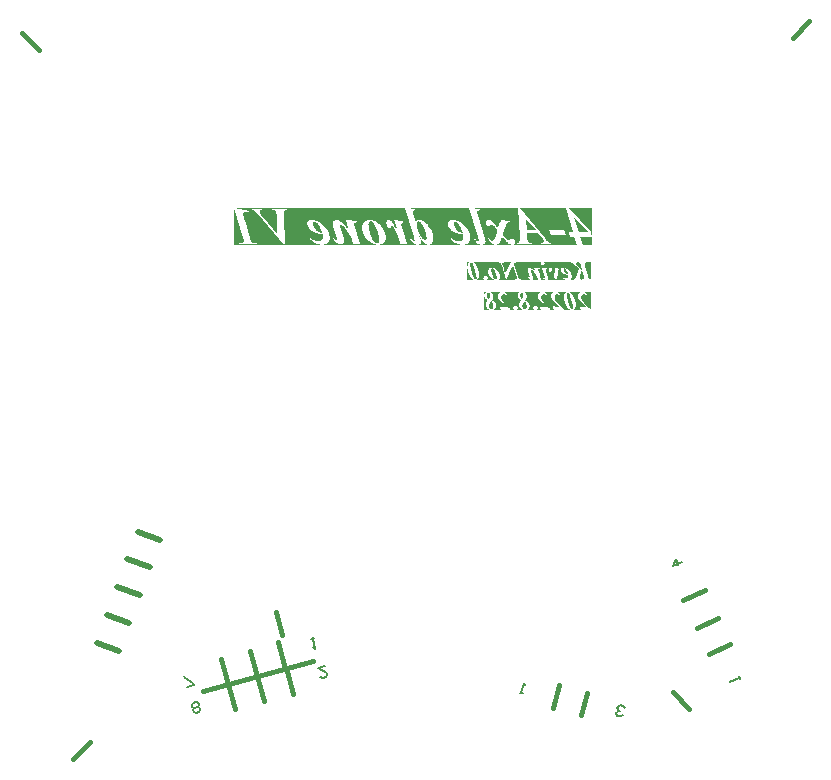
<source format=gbo>
G04*
G04 #@! TF.GenerationSoftware,Altium Limited,Altium Designer,20.1.14 (287)*
G04*
G04 Layer_Color=32896*
%FSLAX25Y25*%
%MOIN*%
G70*
G04*
G04 #@! TF.SameCoordinates,3184D8B6-75A7-45C6-B4AC-6B65BD642244*
G04*
G04*
G04 #@! TF.FilePolarity,Positive*
G04*
G01*
G75*
%ADD19C,0.00500*%
%ADD90C,0.01968*%
%ADD93C,0.01575*%
G36*
X146324Y162491D02*
X146260D01*
X146196Y162482D01*
X146041Y162454D01*
X145868Y162409D01*
X145695Y162345D01*
X145513Y162254D01*
X145358Y162127D01*
X145349D01*
X145340Y162108D01*
X145294Y162063D01*
X145231Y161981D01*
X145158Y161871D01*
X145094Y161744D01*
X145030Y161589D01*
X144985Y161416D01*
X144966Y161325D01*
Y162500D01*
X146369D01*
X146324Y162491D01*
D02*
G37*
G36*
X180413Y156651D02*
X180395Y156660D01*
X180359Y156706D01*
X180295Y156761D01*
X180213Y156843D01*
X180104Y156943D01*
X179985Y157061D01*
X179849Y157189D01*
X179703Y157335D01*
X179548Y157490D01*
X179384Y157653D01*
X179038Y158009D01*
X178692Y158364D01*
X178364Y158729D01*
X178355Y158738D01*
X178336Y158765D01*
X178300Y158801D01*
X178254Y158856D01*
X178191Y158920D01*
X178136Y159002D01*
X177990Y159175D01*
X177835Y159366D01*
X177699Y159567D01*
X177571Y159749D01*
X177516Y159840D01*
X177480Y159922D01*
Y159931D01*
X177471Y159940D01*
X177453Y159995D01*
X177425Y160077D01*
X177389Y160186D01*
X177352Y160314D01*
X177325Y160450D01*
X177307Y160605D01*
X177298Y160760D01*
Y160769D01*
Y160778D01*
Y160824D01*
X177307Y160897D01*
X177325Y160988D01*
X177362Y161088D01*
X177407Y161197D01*
X177471Y161298D01*
X177553Y161398D01*
X177562Y161407D01*
X177598Y161434D01*
X177653Y161480D01*
X177726Y161525D01*
X177808Y161571D01*
X177917Y161616D01*
X178036Y161644D01*
X178172Y161653D01*
X178227D01*
X178272Y161644D01*
X178327Y161635D01*
X178382Y161616D01*
X178528Y161571D01*
X178601Y161534D01*
X178692Y161489D01*
X178774Y161434D01*
X178856Y161370D01*
X178947Y161298D01*
X179038Y161206D01*
X179120Y161106D01*
X179202Y160988D01*
X179366Y161061D01*
Y161070D01*
X179357Y161088D01*
X179338Y161124D01*
X179320Y161170D01*
X179302Y161215D01*
X179275Y161279D01*
X179211Y161425D01*
X179120Y161580D01*
X179020Y161744D01*
X178910Y161899D01*
X178783Y162035D01*
X178774Y162045D01*
X178755Y162054D01*
X178728Y162081D01*
X178692Y162108D01*
X178646Y162145D01*
X178591Y162181D01*
X178446Y162272D01*
X178272Y162354D01*
X178072Y162427D01*
X177854Y162482D01*
X177735Y162491D01*
X177608Y162500D01*
X180413D01*
Y156651D01*
D02*
G37*
G36*
X172706Y162491D02*
X172606Y162473D01*
X172497Y162436D01*
X172378Y162400D01*
X172260Y162336D01*
X172142Y162254D01*
X172132Y162245D01*
X172096Y162208D01*
X172041Y162154D01*
X171977Y162081D01*
X171905Y161990D01*
X171832Y161871D01*
X171759Y161744D01*
X171704Y161598D01*
X171695Y161580D01*
X171686Y161525D01*
X171659Y161443D01*
X171631Y161343D01*
X171613Y161225D01*
X171586Y161088D01*
X171577Y160933D01*
X171568Y160787D01*
Y160669D01*
X171577Y160605D01*
Y160532D01*
X171586Y160450D01*
Y160350D01*
X171613Y160141D01*
X171641Y159904D01*
X171686Y159640D01*
X171750Y159366D01*
Y159357D01*
X171759Y159330D01*
X171768Y159293D01*
X171786Y159239D01*
X171804Y159175D01*
X171823Y159102D01*
X171850Y159020D01*
X171877Y158929D01*
X171950Y158719D01*
X172041Y158492D01*
X172142Y158255D01*
X172260Y158018D01*
Y158009D01*
X172278Y157991D01*
X172287Y157963D01*
X172315Y157918D01*
X172342Y157863D01*
X172378Y157799D01*
X172469Y157663D01*
X172570Y157499D01*
X172697Y157325D01*
X172825Y157152D01*
X172970Y156988D01*
X172980Y156979D01*
X173016Y156943D01*
X173071Y156897D01*
X173135Y156843D01*
X173226Y156770D01*
X173326Y156697D01*
X173444Y156624D01*
X173572Y156551D01*
X173590Y156542D01*
X173635Y156524D01*
X173699Y156497D01*
X173790Y156469D01*
X173900Y156433D01*
X174018Y156405D01*
X174155Y156387D01*
X174292Y156378D01*
X162120D01*
X162184Y156387D01*
X162248Y156405D01*
X162330Y156424D01*
X162421Y156460D01*
X162503Y156515D01*
X162585Y156579D01*
X162594Y156588D01*
X162612Y156615D01*
X162649Y156660D01*
X162685Y156724D01*
X162722Y156797D01*
X162758Y156879D01*
X162776Y156979D01*
X162785Y157089D01*
Y157143D01*
X162776Y157198D01*
X162758Y157262D01*
X162740Y157344D01*
X162704Y157435D01*
X162649Y157517D01*
X162585Y157599D01*
X162576Y157608D01*
X162549Y157635D01*
X162503Y157663D01*
X162439Y157708D01*
X162366Y157745D01*
X162285Y157772D01*
X162184Y157799D01*
X162075Y157808D01*
X162020D01*
X161966Y157799D01*
X161902Y157781D01*
X161820Y157754D01*
X161729Y157717D01*
X161647Y157672D01*
X161565Y157599D01*
X161556Y157590D01*
X161528Y157562D01*
X161501Y157517D01*
X161456Y157453D01*
X161419Y157380D01*
X161392Y157298D01*
X161364Y157198D01*
X161355Y157089D01*
Y157043D01*
X161364Y156979D01*
X161383Y156916D01*
X161410Y156834D01*
X161446Y156743D01*
X161501Y156660D01*
X161574Y156579D01*
X161583Y156569D01*
X161610Y156551D01*
X161656Y156515D01*
X161711Y156478D01*
X161793Y156442D01*
X161874Y156405D01*
X161966Y156387D01*
X162075Y156378D01*
X158586D01*
X158641Y156387D01*
X158704D01*
X158777Y156396D01*
X158941Y156433D01*
X159132Y156478D01*
X159333Y156551D01*
X159524Y156651D01*
X159615Y156706D01*
X159697Y156779D01*
Y156788D01*
X159715Y156797D01*
X159761Y156852D01*
X159834Y156934D01*
X159907Y157052D01*
X159980Y157198D01*
X160053Y157371D01*
X160098Y157562D01*
X160107Y157672D01*
X160116Y157781D01*
Y157854D01*
X160107Y157927D01*
X160089Y158027D01*
X160071Y158145D01*
X160043Y158273D01*
X159998Y158410D01*
X159934Y158537D01*
X159925Y158555D01*
X159898Y158592D01*
X159852Y158665D01*
X159788Y158747D01*
X159715Y158847D01*
X159615Y158947D01*
X159506Y159056D01*
X159378Y159166D01*
X159369Y159175D01*
X159324Y159202D01*
X159269Y159239D01*
X159178Y159293D01*
X159078Y159357D01*
X158941Y159421D01*
X158795Y159494D01*
X158622Y159567D01*
X158631Y159585D01*
X158668Y159630D01*
X158713Y159703D01*
X158777Y159794D01*
X158841Y159895D01*
X158914Y160013D01*
X158978Y160141D01*
X159032Y160268D01*
X159041Y160286D01*
X159050Y160332D01*
X159078Y160396D01*
X159096Y160487D01*
X159123Y160587D01*
X159151Y160696D01*
X159160Y160824D01*
X159169Y160942D01*
Y160951D01*
Y160969D01*
Y161006D01*
X159160Y161051D01*
Y161106D01*
X159142Y161179D01*
X159114Y161334D01*
X159060Y161507D01*
X158987Y161689D01*
X158877Y161881D01*
X158805Y161972D01*
X158732Y162054D01*
X158722Y162063D01*
X158713Y162072D01*
X158686Y162099D01*
X158650Y162127D01*
X158604Y162154D01*
X158549Y162199D01*
X158413Y162281D01*
X158249Y162363D01*
X158039Y162427D01*
X157811Y162482D01*
X157684Y162491D01*
X157547Y162500D01*
X164207D01*
X164161Y162491D01*
X164116D01*
X164052Y162482D01*
X163906Y162454D01*
X163742Y162409D01*
X163569Y162336D01*
X163396Y162236D01*
X163314Y162181D01*
X163232Y162108D01*
X163223D01*
X163214Y162090D01*
X163168Y162045D01*
X163104Y161962D01*
X163022Y161853D01*
X162950Y161726D01*
X162886Y161571D01*
X162840Y161398D01*
X162822Y161307D01*
Y161143D01*
X162831Y161051D01*
X162849Y160942D01*
X162867Y160805D01*
X162904Y160651D01*
X162959Y160496D01*
X163022Y160332D01*
Y160323D01*
X163031Y160314D01*
X163041Y160286D01*
X163059Y160250D01*
X163123Y160159D01*
X163205Y160031D01*
X163314Y159876D01*
X163460Y159685D01*
X163542Y159585D01*
X163633Y159476D01*
X163742Y159357D01*
X163851Y159239D01*
X163860Y159230D01*
X163879Y159211D01*
X163906Y159184D01*
X163952Y159138D01*
X164006Y159084D01*
X164079Y159011D01*
X164161Y158929D01*
X164270Y158838D01*
X164389Y158719D01*
X164525Y158592D01*
X164690Y158455D01*
X164863Y158291D01*
X165054Y158118D01*
X165273Y157927D01*
X165509Y157726D01*
X165774Y157499D01*
X164562D01*
X164471Y157508D01*
X164353Y157517D01*
X164225Y157526D01*
X164097Y157553D01*
X163979Y157581D01*
X163888Y157617D01*
X163879Y157626D01*
X163851Y157644D01*
X163806Y157681D01*
X163751Y157726D01*
X163687Y157799D01*
X163624Y157881D01*
X163551Y157991D01*
X163478Y158118D01*
X163277D01*
X163961Y156497D01*
X167076D01*
Y156651D01*
X167058Y156660D01*
X167022Y156706D01*
X166958Y156761D01*
X166876Y156843D01*
X166767Y156943D01*
X166648Y157061D01*
X166511Y157189D01*
X166366Y157335D01*
X166211Y157490D01*
X166047Y157653D01*
X165701Y158009D01*
X165355Y158364D01*
X165027Y158729D01*
X165017Y158738D01*
X164999Y158765D01*
X164963Y158801D01*
X164917Y158856D01*
X164854Y158920D01*
X164799Y159002D01*
X164653Y159175D01*
X164498Y159366D01*
X164362Y159567D01*
X164234Y159749D01*
X164179Y159840D01*
X164143Y159922D01*
Y159931D01*
X164134Y159940D01*
X164116Y159995D01*
X164088Y160077D01*
X164052Y160186D01*
X164015Y160314D01*
X163988Y160450D01*
X163970Y160605D01*
X163961Y160760D01*
Y160769D01*
Y160778D01*
Y160824D01*
X163970Y160897D01*
X163988Y160988D01*
X164024Y161088D01*
X164070Y161197D01*
X164134Y161298D01*
X164216Y161398D01*
X164225Y161407D01*
X164261Y161434D01*
X164316Y161480D01*
X164389Y161525D01*
X164471Y161571D01*
X164580Y161616D01*
X164699Y161644D01*
X164835Y161653D01*
X164890D01*
X164936Y161644D01*
X164990Y161635D01*
X165045Y161616D01*
X165191Y161571D01*
X165263Y161534D01*
X165355Y161489D01*
X165437Y161434D01*
X165518Y161370D01*
X165610Y161298D01*
X165701Y161206D01*
X165783Y161106D01*
X165865Y160988D01*
X166029Y161061D01*
Y161070D01*
X166020Y161088D01*
X166001Y161124D01*
X165983Y161170D01*
X165965Y161215D01*
X165938Y161279D01*
X165874Y161425D01*
X165783Y161580D01*
X165682Y161744D01*
X165573Y161899D01*
X165446Y162035D01*
X165437Y162045D01*
X165418Y162054D01*
X165391Y162081D01*
X165355Y162108D01*
X165309Y162145D01*
X165254Y162181D01*
X165109Y162272D01*
X164936Y162354D01*
X164735Y162427D01*
X164516Y162482D01*
X164398Y162491D01*
X164270Y162500D01*
X168652D01*
X168607Y162491D01*
X168561D01*
X168498Y162482D01*
X168352Y162454D01*
X168188Y162409D01*
X168015Y162336D01*
X167842Y162236D01*
X167760Y162181D01*
X167678Y162108D01*
X167668D01*
X167659Y162090D01*
X167614Y162045D01*
X167550Y161962D01*
X167468Y161853D01*
X167395Y161726D01*
X167331Y161571D01*
X167286Y161398D01*
X167268Y161307D01*
Y161143D01*
X167277Y161051D01*
X167295Y160942D01*
X167313Y160805D01*
X167350Y160651D01*
X167404Y160496D01*
X167468Y160332D01*
Y160323D01*
X167477Y160314D01*
X167486Y160286D01*
X167505Y160250D01*
X167568Y160159D01*
X167650Y160031D01*
X167760Y159876D01*
X167905Y159685D01*
X167987Y159585D01*
X168078Y159476D01*
X168188Y159357D01*
X168297Y159239D01*
X168306Y159230D01*
X168324Y159211D01*
X168352Y159184D01*
X168397Y159138D01*
X168452Y159084D01*
X168525Y159011D01*
X168607Y158929D01*
X168716Y158838D01*
X168835Y158719D01*
X168971Y158592D01*
X169135Y158455D01*
X169308Y158291D01*
X169500Y158118D01*
X169718Y157927D01*
X169955Y157726D01*
X170219Y157499D01*
X169008D01*
X168917Y157508D01*
X168798Y157517D01*
X168671Y157526D01*
X168543Y157553D01*
X168425Y157581D01*
X168333Y157617D01*
X168324Y157626D01*
X168297Y157644D01*
X168252Y157681D01*
X168197Y157726D01*
X168133Y157799D01*
X168069Y157881D01*
X167997Y157991D01*
X167924Y158118D01*
X167723D01*
X168406Y156497D01*
X171522D01*
Y156651D01*
X171504Y156660D01*
X171467Y156706D01*
X171404Y156761D01*
X171322Y156843D01*
X171212Y156943D01*
X171094Y157061D01*
X170957Y157189D01*
X170811Y157335D01*
X170657Y157490D01*
X170493Y157653D01*
X170146Y158009D01*
X169800Y158364D01*
X169472Y158729D01*
X169463Y158738D01*
X169445Y158765D01*
X169409Y158801D01*
X169363Y158856D01*
X169299Y158920D01*
X169245Y159002D01*
X169099Y159175D01*
X168944Y159366D01*
X168807Y159567D01*
X168680Y159749D01*
X168625Y159840D01*
X168589Y159922D01*
Y159931D01*
X168579Y159940D01*
X168561Y159995D01*
X168534Y160077D01*
X168498Y160186D01*
X168461Y160314D01*
X168434Y160450D01*
X168415Y160605D01*
X168406Y160760D01*
Y160769D01*
Y160778D01*
Y160824D01*
X168415Y160897D01*
X168434Y160988D01*
X168470Y161088D01*
X168516Y161197D01*
X168579Y161298D01*
X168661Y161398D01*
X168671Y161407D01*
X168707Y161434D01*
X168762Y161480D01*
X168835Y161525D01*
X168917Y161571D01*
X169026Y161616D01*
X169144Y161644D01*
X169281Y161653D01*
X169336D01*
X169381Y161644D01*
X169436Y161635D01*
X169491Y161616D01*
X169636Y161571D01*
X169709Y161534D01*
X169800Y161489D01*
X169882Y161434D01*
X169964Y161370D01*
X170055Y161298D01*
X170146Y161206D01*
X170228Y161106D01*
X170310Y160988D01*
X170474Y161061D01*
Y161070D01*
X170465Y161088D01*
X170447Y161124D01*
X170429Y161170D01*
X170411Y161215D01*
X170383Y161279D01*
X170319Y161425D01*
X170228Y161580D01*
X170128Y161744D01*
X170019Y161899D01*
X169891Y162035D01*
X169882Y162045D01*
X169864Y162054D01*
X169837Y162081D01*
X169800Y162108D01*
X169755Y162145D01*
X169700Y162181D01*
X169554Y162272D01*
X169381Y162354D01*
X169181Y162427D01*
X168962Y162482D01*
X168844Y162491D01*
X168716Y162500D01*
X172788D01*
X172706Y162491D01*
D02*
G37*
G36*
X157438D02*
X157374D01*
X157310Y162482D01*
X157156Y162454D01*
X156983Y162409D01*
X156809Y162345D01*
X156627Y162254D01*
X156472Y162127D01*
X156463D01*
X156454Y162108D01*
X156409Y162063D01*
X156345Y161981D01*
X156272Y161871D01*
X156208Y161744D01*
X156144Y161589D01*
X156099Y161416D01*
X156081Y161325D01*
Y161170D01*
X156090Y161097D01*
X156099Y161015D01*
X156126Y160915D01*
X156154Y160815D01*
X156199Y160705D01*
X156254Y160596D01*
X156263Y160587D01*
X156281Y160550D01*
X156317Y160496D01*
X156372Y160432D01*
X156445Y160350D01*
X156518Y160268D01*
X156618Y160186D01*
X156727Y160104D01*
X156737Y160095D01*
X156764Y160077D01*
X156809Y160049D01*
X156882Y160013D01*
X156964Y159967D01*
X157074Y159922D01*
X157192Y159867D01*
X157338Y159813D01*
X157329Y159803D01*
X157319Y159785D01*
X157292Y159749D01*
X157256Y159703D01*
X157219Y159649D01*
X157174Y159594D01*
X157074Y159448D01*
X156964Y159293D01*
X156864Y159138D01*
X156773Y158993D01*
X156709Y158874D01*
X156700Y158865D01*
X156691Y158829D01*
X156673Y158774D01*
X156645Y158692D01*
X156618Y158601D01*
X156600Y158501D01*
X156591Y158391D01*
X156582Y158264D01*
Y158255D01*
Y158227D01*
Y158191D01*
X156591Y158136D01*
X156600Y158063D01*
X156609Y157981D01*
X156627Y157899D01*
X156645Y157799D01*
X156718Y157590D01*
X156755Y157480D01*
X156809Y157362D01*
X156873Y157253D01*
X156946Y157143D01*
X157028Y157034D01*
X157128Y156925D01*
X157137Y156916D01*
X157156Y156897D01*
X157183Y156870D01*
X157228Y156843D01*
X157283Y156797D01*
X157347Y156752D01*
X157420Y156706D01*
X157502Y156651D01*
X157602Y156597D01*
X157702Y156551D01*
X157939Y156460D01*
X158076Y156433D01*
X158212Y156405D01*
X158358Y156387D01*
X158513Y156378D01*
X155452D01*
X155516Y156387D01*
X155579Y156405D01*
X155661Y156424D01*
X155753Y156460D01*
X155835Y156515D01*
X155917Y156579D01*
X155926Y156588D01*
X155944Y156615D01*
X155980Y156660D01*
X156017Y156724D01*
X156053Y156797D01*
X156081Y156859D01*
X156090Y156879D01*
X156108Y156979D01*
X156117Y157089D01*
Y157098D01*
Y157143D01*
X156108Y157198D01*
X156090Y157262D01*
X156081Y157303D01*
X156071Y157344D01*
X156035Y157435D01*
X155980Y157517D01*
X155917Y157599D01*
X155907Y157608D01*
X155880Y157635D01*
X155835Y157663D01*
X155771Y157708D01*
X155698Y157745D01*
X155616Y157772D01*
X155516Y157799D01*
X155406Y157808D01*
X155352D01*
X155297Y157799D01*
X155233Y157781D01*
X155151Y157754D01*
X155060Y157717D01*
X154978Y157672D01*
X154896Y157599D01*
X154887Y157590D01*
X154860Y157562D01*
X154832Y157517D01*
X154787Y157453D01*
X154751Y157380D01*
X154723Y157298D01*
X154696Y157198D01*
X154687Y157089D01*
Y157043D01*
X154696Y156979D01*
X154714Y156916D01*
X154741Y156834D01*
X154778Y156743D01*
X154832Y156660D01*
X154905Y156579D01*
X154914Y156569D01*
X154942Y156551D01*
X154987Y156515D01*
X155042Y156478D01*
X155124Y156442D01*
X155206Y156405D01*
X155297Y156387D01*
X155406Y156378D01*
X147472D01*
X147526Y156387D01*
X147590D01*
X147663Y156396D01*
X147827Y156433D01*
X148018Y156478D01*
X148219Y156551D01*
X148410Y156651D01*
X148501Y156706D01*
X148583Y156779D01*
Y156788D01*
X148601Y156797D01*
X148647Y156852D01*
X148720Y156934D01*
X148793Y157052D01*
X148865Y157198D01*
X148938Y157371D01*
X148984Y157562D01*
X148993Y157672D01*
X149002Y157781D01*
Y157854D01*
X148993Y157927D01*
X148975Y158027D01*
X148957Y158145D01*
X148929Y158273D01*
X148884Y158410D01*
X148820Y158537D01*
X148811Y158555D01*
X148784Y158592D01*
X148738Y158665D01*
X148674Y158747D01*
X148601Y158847D01*
X148501Y158947D01*
X148392Y159056D01*
X148264Y159166D01*
X148255Y159175D01*
X148210Y159202D01*
X148155Y159239D01*
X148064Y159293D01*
X147964Y159357D01*
X147827Y159421D01*
X147681Y159494D01*
X147508Y159567D01*
X147517Y159585D01*
X147554Y159630D01*
X147599Y159703D01*
X147663Y159794D01*
X147727Y159895D01*
X147800Y160013D01*
X147863Y160141D01*
X147918Y160268D01*
X147927Y160286D01*
X147936Y160332D01*
X147964Y160396D01*
X147982Y160487D01*
X148009Y160587D01*
X148036Y160696D01*
X148046Y160824D01*
X148055Y160942D01*
Y160951D01*
Y160969D01*
Y161006D01*
X148046Y161051D01*
Y161106D01*
X148027Y161179D01*
X148000Y161334D01*
X147945Y161507D01*
X147872Y161689D01*
X147763Y161881D01*
X147690Y161972D01*
X147617Y162054D01*
X147608Y162063D01*
X147599Y162072D01*
X147572Y162099D01*
X147535Y162127D01*
X147490Y162154D01*
X147435Y162199D01*
X147299Y162281D01*
X147135Y162363D01*
X146925Y162427D01*
X146697Y162482D01*
X146570Y162491D01*
X146433Y162500D01*
X150870D01*
X150824Y162491D01*
X150779D01*
X150715Y162482D01*
X150569Y162454D01*
X150405Y162409D01*
X150232Y162336D01*
X150059Y162236D01*
X149977Y162181D01*
X149895Y162108D01*
X149886D01*
X149877Y162090D01*
X149831Y162045D01*
X149767Y161962D01*
X149685Y161853D01*
X149612Y161726D01*
X149549Y161571D01*
X149503Y161398D01*
X149485Y161307D01*
Y161143D01*
X149494Y161051D01*
X149512Y160942D01*
X149530Y160805D01*
X149567Y160651D01*
X149622Y160496D01*
X149685Y160332D01*
Y160323D01*
X149695Y160314D01*
X149704Y160286D01*
X149722Y160250D01*
X149786Y160159D01*
X149868Y160031D01*
X149977Y159876D01*
X150123Y159685D01*
X150205Y159585D01*
X150296Y159476D01*
X150405Y159357D01*
X150514Y159239D01*
X150523Y159230D01*
X150542Y159211D01*
X150569Y159184D01*
X150615Y159138D01*
X150669Y159084D01*
X150742Y159011D01*
X150824Y158929D01*
X150933Y158838D01*
X151052Y158719D01*
X151189Y158592D01*
X151353Y158455D01*
X151526Y158291D01*
X151717Y158118D01*
X151936Y157927D01*
X152172Y157726D01*
X152437Y157499D01*
X151225D01*
X151134Y157508D01*
X151015Y157517D01*
X150888Y157526D01*
X150760Y157553D01*
X150642Y157581D01*
X150551Y157617D01*
X150542Y157626D01*
X150514Y157644D01*
X150469Y157681D01*
X150414Y157726D01*
X150350Y157799D01*
X150287Y157881D01*
X150214Y157991D01*
X150141Y158118D01*
X149940D01*
X150624Y156497D01*
X153739D01*
Y156651D01*
X153721Y156660D01*
X153685Y156706D01*
X153621Y156761D01*
X153539Y156843D01*
X153430Y156943D01*
X153311Y157061D01*
X153174Y157189D01*
X153029Y157335D01*
X152874Y157490D01*
X152710Y157653D01*
X152364Y158009D01*
X152017Y158364D01*
X151690Y158729D01*
X151680Y158738D01*
X151662Y158765D01*
X151626Y158801D01*
X151580Y158856D01*
X151516Y158920D01*
X151462Y159002D01*
X151316Y159175D01*
X151161Y159366D01*
X151024Y159567D01*
X150897Y159749D01*
X150842Y159840D01*
X150806Y159922D01*
Y159931D01*
X150797Y159940D01*
X150779Y159995D01*
X150751Y160077D01*
X150715Y160186D01*
X150678Y160314D01*
X150651Y160450D01*
X150633Y160605D01*
X150624Y160760D01*
Y160769D01*
Y160778D01*
Y160824D01*
X150633Y160897D01*
X150651Y160988D01*
X150688Y161088D01*
X150733Y161197D01*
X150797Y161298D01*
X150879Y161398D01*
X150888Y161407D01*
X150924Y161434D01*
X150979Y161480D01*
X151052Y161525D01*
X151134Y161571D01*
X151243Y161616D01*
X151362Y161644D01*
X151498Y161653D01*
X151553D01*
X151599Y161644D01*
X151653Y161635D01*
X151708Y161616D01*
X151854Y161571D01*
X151926Y161534D01*
X152017Y161489D01*
X152100Y161434D01*
X152181Y161370D01*
X152273Y161298D01*
X152364Y161206D01*
X152446Y161106D01*
X152528Y160988D01*
X152692Y161061D01*
Y161070D01*
X152682Y161088D01*
X152664Y161124D01*
X152646Y161170D01*
X152628Y161215D01*
X152601Y161279D01*
X152537Y161425D01*
X152446Y161580D01*
X152346Y161744D01*
X152236Y161899D01*
X152109Y162035D01*
X152100Y162045D01*
X152081Y162054D01*
X152054Y162081D01*
X152017Y162108D01*
X151972Y162145D01*
X151917Y162181D01*
X151772Y162272D01*
X151599Y162354D01*
X151398Y162427D01*
X151179Y162482D01*
X151061Y162491D01*
X150933Y162500D01*
X157483D01*
X157438Y162491D01*
D02*
G37*
G36*
X157575Y162227D02*
X157629Y162218D01*
X157684Y162190D01*
X157739Y162163D01*
X157802Y162117D01*
X157848Y162063D01*
X157857Y162054D01*
X157884Y162008D01*
X157912Y161944D01*
X157948Y161853D01*
X157994Y161735D01*
X158021Y161598D01*
X158048Y161443D01*
X158057Y161261D01*
Y161243D01*
Y161206D01*
X158048Y161143D01*
X158039Y161070D01*
X158030Y160979D01*
X158012Y160878D01*
X157985Y160769D01*
X157948Y160669D01*
X157939Y160660D01*
X157921Y160623D01*
X157894Y160569D01*
X157848Y160487D01*
X157793Y160396D01*
X157720Y160277D01*
X157629Y160150D01*
X157520Y160013D01*
X157511Y160022D01*
X157483Y160040D01*
X157447Y160077D01*
X157392Y160122D01*
X157292Y160232D01*
X157256Y160295D01*
X157219Y160359D01*
Y160368D01*
X157210Y160377D01*
X157201Y160405D01*
X157192Y160432D01*
X157165Y160523D01*
X157128Y160651D01*
X157101Y160805D01*
X157074Y160997D01*
X157055Y161206D01*
X157046Y161452D01*
Y161461D01*
Y161471D01*
Y161525D01*
X157055Y161598D01*
X157064Y161689D01*
X157083Y161789D01*
X157101Y161890D01*
X157137Y161981D01*
X157183Y162054D01*
X157192Y162063D01*
X157210Y162081D01*
X157238Y162108D01*
X157274Y162145D01*
X157374Y162208D01*
X157429Y162227D01*
X157493Y162236D01*
X157529D01*
X157575Y162227D01*
D02*
G37*
G36*
X146460D02*
X146515Y162218D01*
X146570Y162190D01*
X146624Y162163D01*
X146688Y162117D01*
X146734Y162063D01*
X146743Y162054D01*
X146770Y162008D01*
X146798Y161944D01*
X146834Y161853D01*
X146879Y161735D01*
X146907Y161598D01*
X146934Y161443D01*
X146943Y161261D01*
Y161243D01*
Y161206D01*
X146934Y161143D01*
X146925Y161070D01*
X146916Y160979D01*
X146898Y160878D01*
X146870Y160769D01*
X146834Y160669D01*
X146825Y160660D01*
X146807Y160623D01*
X146779Y160569D01*
X146734Y160487D01*
X146679Y160396D01*
X146606Y160277D01*
X146515Y160150D01*
X146406Y160013D01*
X146397Y160022D01*
X146369Y160040D01*
X146333Y160077D01*
X146278Y160122D01*
X146178Y160232D01*
X146142Y160295D01*
X146105Y160359D01*
Y160368D01*
X146096Y160377D01*
X146087Y160405D01*
X146078Y160432D01*
X146051Y160523D01*
X146014Y160651D01*
X145987Y160805D01*
X145959Y160997D01*
X145941Y161206D01*
X145932Y161452D01*
Y161461D01*
Y161471D01*
Y161525D01*
X145941Y161598D01*
X145950Y161689D01*
X145968Y161789D01*
X145987Y161890D01*
X146023Y161981D01*
X146069Y162054D01*
X146078Y162063D01*
X146096Y162081D01*
X146123Y162108D01*
X146160Y162145D01*
X146260Y162208D01*
X146315Y162227D01*
X146378Y162236D01*
X146415D01*
X146460Y162227D01*
D02*
G37*
G36*
X177498Y162491D02*
X177453D01*
X177389Y162482D01*
X177243Y162454D01*
X177079Y162409D01*
X176906Y162336D01*
X176733Y162236D01*
X176651Y162181D01*
X176569Y162108D01*
X176560D01*
X176551Y162090D01*
X176505Y162045D01*
X176441Y161962D01*
X176359Y161853D01*
X176287Y161726D01*
X176223Y161571D01*
X176177Y161398D01*
X176159Y161307D01*
Y161143D01*
X176168Y161051D01*
X176186Y160942D01*
X176205Y160805D01*
X176241Y160651D01*
X176296Y160496D01*
X176359Y160332D01*
Y160323D01*
X176369Y160314D01*
X176378Y160286D01*
X176396Y160250D01*
X176460Y160159D01*
X176542Y160031D01*
X176651Y159876D01*
X176797Y159685D01*
X176879Y159585D01*
X176970Y159476D01*
X177079Y159357D01*
X177188Y159239D01*
X177198Y159230D01*
X177216Y159211D01*
X177243Y159184D01*
X177289Y159138D01*
X177343Y159084D01*
X177416Y159011D01*
X177498Y158929D01*
X177608Y158838D01*
X177726Y158719D01*
X177863Y158592D01*
X178027Y158455D01*
X178200Y158291D01*
X178391Y158118D01*
X178610Y157927D01*
X178847Y157726D01*
X179111Y157499D01*
X177899D01*
X177808Y157508D01*
X177690Y157517D01*
X177562Y157526D01*
X177434Y157553D01*
X177316Y157581D01*
X177225Y157617D01*
X177216Y157626D01*
X177188Y157644D01*
X177143Y157681D01*
X177088Y157726D01*
X177024Y157799D01*
X176961Y157881D01*
X176888Y157991D01*
X176815Y158118D01*
X176614D01*
X177298Y156497D01*
X180413D01*
Y156378D01*
X174346D01*
X174419Y156387D01*
X174501Y156405D01*
X174601Y156424D01*
X174701Y156460D01*
X174811Y156515D01*
X174920Y156579D01*
X174929Y156588D01*
X174966Y156615D01*
X175011Y156670D01*
X175075Y156733D01*
X175148Y156815D01*
X175221Y156925D01*
X175294Y157052D01*
X175357Y157189D01*
Y157198D01*
X175366Y157207D01*
X175385Y157262D01*
X175403Y157344D01*
X175430Y157444D01*
X175467Y157571D01*
X175485Y157717D01*
X175503Y157881D01*
X175512Y158045D01*
Y158145D01*
X175503Y158218D01*
Y158309D01*
X175494Y158410D01*
X175485Y158537D01*
X175467Y158665D01*
X175448Y158810D01*
X175421Y158965D01*
X175366Y159302D01*
X175275Y159667D01*
X175157Y160040D01*
Y160049D01*
X175139Y160077D01*
X175130Y160122D01*
X175102Y160177D01*
X175075Y160250D01*
X175039Y160341D01*
X174993Y160432D01*
X174947Y160532D01*
X174838Y160760D01*
X174711Y161006D01*
X174574Y161243D01*
X174410Y161480D01*
X174401Y161489D01*
X174392Y161507D01*
X174364Y161534D01*
X174337Y161580D01*
X174246Y161680D01*
X174137Y161808D01*
X174018Y161944D01*
X173881Y162072D01*
X173736Y162199D01*
X173672Y162245D01*
X173599Y162291D01*
X173581Y162300D01*
X173535Y162327D01*
X173462Y162354D01*
X173371Y162400D01*
X173262Y162436D01*
X173135Y162464D01*
X172998Y162491D01*
X172861Y162500D01*
X177544D01*
X177498Y162491D01*
D02*
G37*
G36*
X172898Y162199D02*
X172970Y162190D01*
X173053Y162154D01*
X173071Y162145D01*
X173116Y162108D01*
X173180Y162054D01*
X173216Y162008D01*
X173262Y161953D01*
X173271Y161944D01*
X173280Y161926D01*
X173308Y161881D01*
X173335Y161817D01*
X173380Y161726D01*
X173426Y161616D01*
X173481Y161480D01*
X173535Y161307D01*
Y161298D01*
X173554Y161261D01*
X173563Y161215D01*
X173590Y161143D01*
X173617Y161061D01*
X173654Y160951D01*
X173690Y160833D01*
X173736Y160696D01*
X173781Y160541D01*
X173836Y160368D01*
X173891Y160195D01*
X173954Y159995D01*
X174018Y159785D01*
X174082Y159567D01*
X174146Y159339D01*
X174219Y159102D01*
Y159093D01*
X174228Y159056D01*
X174246Y159011D01*
X174264Y158938D01*
X174282Y158865D01*
X174310Y158774D01*
X174364Y158564D01*
X174428Y158346D01*
X174483Y158136D01*
X174501Y158045D01*
X174528Y157954D01*
X174547Y157881D01*
X174556Y157817D01*
Y157799D01*
X174565Y157754D01*
X174583Y157672D01*
X174592Y157581D01*
X174610Y157471D01*
X174628Y157353D01*
X174638Y157234D01*
Y157116D01*
Y157107D01*
Y157080D01*
X174628Y157043D01*
X174619Y156988D01*
X174592Y156879D01*
X174565Y156825D01*
X174528Y156779D01*
X174519Y156770D01*
X174510Y156761D01*
X174483Y156743D01*
X174446Y156724D01*
X174355Y156679D01*
X174301Y156670D01*
X174246Y156660D01*
X174219D01*
X174182Y156670D01*
X174137D01*
X174046Y156697D01*
X173954Y156752D01*
X173945Y156761D01*
X173918Y156788D01*
X173872Y156834D01*
X173818Y156906D01*
X173754Y156998D01*
X173690Y157107D01*
X173626Y157244D01*
X173572Y157407D01*
Y157417D01*
X173554Y157462D01*
X173535Y157517D01*
X173508Y157608D01*
X173472Y157717D01*
X173426Y157854D01*
X173380Y158009D01*
X173326Y158191D01*
X173262Y158391D01*
X173189Y158619D01*
X173116Y158865D01*
X173034Y159129D01*
X172952Y159421D01*
X172861Y159731D01*
X172770Y160058D01*
X172670Y160405D01*
Y160414D01*
X172661Y160441D01*
X172643Y160487D01*
X172633Y160541D01*
X172615Y160614D01*
X172588Y160696D01*
X172570Y160787D01*
X172542Y160888D01*
X172506Y161106D01*
X172460Y161325D01*
X172433Y161544D01*
X172424Y161735D01*
Y161744D01*
Y161771D01*
X172433Y161808D01*
X172442Y161862D01*
X172469Y161972D01*
X172506Y162026D01*
X172542Y162081D01*
X172552Y162090D01*
X172561Y162099D01*
X172588Y162117D01*
X172624Y162145D01*
X172715Y162190D01*
X172761Y162199D01*
X172825Y162208D01*
X172843D01*
X172898Y162199D01*
D02*
G37*
G36*
X158476Y159357D02*
X158504Y159339D01*
X158540Y159302D01*
X158586Y159257D01*
X158686Y159148D01*
X158741Y159084D01*
X158777Y159029D01*
X158786Y159020D01*
X158805Y158993D01*
X158823Y158938D01*
X158859Y158865D01*
X158896Y158774D01*
X158941Y158665D01*
X158987Y158528D01*
X159032Y158373D01*
Y158364D01*
X159041Y158355D01*
X159050Y158300D01*
X159069Y158209D01*
X159087Y158091D01*
X159114Y157954D01*
X159132Y157799D01*
X159142Y157635D01*
X159151Y157453D01*
Y157435D01*
Y157389D01*
X159142Y157316D01*
X159132Y157225D01*
X159114Y157125D01*
X159087Y157025D01*
X159050Y156934D01*
X158996Y156852D01*
X158987Y156843D01*
X158968Y156825D01*
X158932Y156788D01*
X158887Y156761D01*
X158832Y156724D01*
X158759Y156688D01*
X158677Y156670D01*
X158586Y156660D01*
X158568D01*
X158531Y156670D01*
X158476Y156679D01*
X158395Y156697D01*
X158312Y156733D01*
X158221Y156779D01*
X158130Y156852D01*
X158039Y156943D01*
Y156952D01*
X158021Y156961D01*
X157985Y157016D01*
X157939Y157098D01*
X157875Y157207D01*
X157821Y157344D01*
X157766Y157508D01*
X157729Y157690D01*
X157720Y157890D01*
Y157909D01*
Y157954D01*
X157729Y158018D01*
X157739Y158109D01*
X157757Y158218D01*
X157784Y158328D01*
X157821Y158446D01*
X157875Y158564D01*
X157884Y158583D01*
X157903Y158619D01*
X157948Y158692D01*
X158003Y158783D01*
X158085Y158892D01*
X158185Y159038D01*
X158312Y159193D01*
X158467Y159366D01*
X158476Y159357D01*
D02*
G37*
G36*
X147362D02*
X147390Y159339D01*
X147426Y159302D01*
X147472Y159257D01*
X147572Y159148D01*
X147626Y159084D01*
X147663Y159029D01*
X147672Y159020D01*
X147690Y158993D01*
X147708Y158938D01*
X147745Y158865D01*
X147781Y158774D01*
X147827Y158665D01*
X147872Y158528D01*
X147918Y158373D01*
Y158364D01*
X147927Y158355D01*
X147936Y158300D01*
X147954Y158209D01*
X147973Y158091D01*
X148000Y157954D01*
X148018Y157799D01*
X148027Y157635D01*
X148036Y157453D01*
Y157435D01*
Y157389D01*
X148027Y157316D01*
X148018Y157225D01*
X148000Y157125D01*
X147973Y157025D01*
X147936Y156934D01*
X147882Y156852D01*
X147872Y156843D01*
X147854Y156825D01*
X147818Y156788D01*
X147772Y156761D01*
X147718Y156724D01*
X147645Y156688D01*
X147563Y156670D01*
X147472Y156660D01*
X147453D01*
X147417Y156670D01*
X147362Y156679D01*
X147280Y156697D01*
X147198Y156733D01*
X147107Y156779D01*
X147016Y156852D01*
X146925Y156943D01*
Y156952D01*
X146907Y156961D01*
X146870Y157016D01*
X146825Y157098D01*
X146761Y157207D01*
X146706Y157344D01*
X146652Y157508D01*
X146615Y157690D01*
X146606Y157890D01*
Y157909D01*
Y157954D01*
X146615Y158018D01*
X146624Y158109D01*
X146643Y158218D01*
X146670Y158328D01*
X146706Y158446D01*
X146761Y158564D01*
X146770Y158583D01*
X146788Y158619D01*
X146834Y158692D01*
X146889Y158783D01*
X146971Y158892D01*
X147071Y159038D01*
X147198Y159193D01*
X147353Y159366D01*
X147362Y159357D01*
D02*
G37*
G36*
X144975Y161097D02*
X144985Y161015D01*
X145012Y160915D01*
X145039Y160815D01*
X145085Y160705D01*
X145140Y160596D01*
X145149Y160587D01*
X145167Y160550D01*
X145203Y160496D01*
X145258Y160432D01*
X145331Y160350D01*
X145404Y160268D01*
X145504Y160186D01*
X145613Y160104D01*
X145622Y160095D01*
X145650Y160077D01*
X145695Y160049D01*
X145768Y160013D01*
X145850Y159967D01*
X145959Y159922D01*
X146078Y159867D01*
X146224Y159813D01*
X146214Y159803D01*
X146205Y159785D01*
X146178Y159749D01*
X146142Y159703D01*
X146105Y159649D01*
X146060Y159594D01*
X145959Y159448D01*
X145850Y159293D01*
X145750Y159138D01*
X145659Y158993D01*
X145595Y158874D01*
X145586Y158865D01*
X145577Y158829D01*
X145559Y158774D01*
X145531Y158692D01*
X145504Y158601D01*
X145486Y158501D01*
X145476Y158391D01*
X145467Y158264D01*
Y158255D01*
Y158227D01*
Y158191D01*
X145476Y158136D01*
X145486Y158063D01*
X145495Y157981D01*
X145513Y157899D01*
X145531Y157799D01*
X145604Y157590D01*
X145641Y157480D01*
X145695Y157362D01*
X145759Y157253D01*
X145832Y157143D01*
X145914Y157034D01*
X146014Y156925D01*
X146023Y156916D01*
X146041Y156897D01*
X146069Y156870D01*
X146114Y156843D01*
X146169Y156797D01*
X146233Y156752D01*
X146306Y156706D01*
X146388Y156651D01*
X146488Y156597D01*
X146588Y156551D01*
X146825Y156460D01*
X146961Y156433D01*
X147098Y156405D01*
X147244Y156387D01*
X147399Y156378D01*
X144966D01*
Y161170D01*
X144975Y161097D01*
D02*
G37*
G36*
X180610Y172403D02*
Y166518D01*
Y166399D01*
X173012D01*
X173058Y166408D01*
X173113D01*
X173186Y166418D01*
X173340Y166445D01*
X173504Y166481D01*
X173668Y166545D01*
X173823Y166627D01*
X173887Y166682D01*
X173942Y166745D01*
X173951Y166764D01*
X173987Y166809D01*
X174024Y166882D01*
X174078Y166973D01*
X174124Y167092D01*
X174170Y167228D01*
X174206Y167374D01*
X174215Y167538D01*
Y167547D01*
Y167574D01*
Y167611D01*
X174206Y167656D01*
Y167729D01*
X174197Y167802D01*
X174179Y167884D01*
X174160Y167984D01*
X174115Y168194D01*
X174042Y168440D01*
X173942Y168695D01*
X173878Y168823D01*
X173805Y168959D01*
X173796Y168968D01*
X173787Y168986D01*
X173759Y169032D01*
X173732Y169078D01*
X173714Y169103D01*
X173687Y169141D01*
X173632Y169205D01*
X173504Y169369D01*
X173340Y169551D01*
X173149Y169743D01*
X172931Y169925D01*
X172675Y170098D01*
X172666Y170107D01*
X172639Y170116D01*
X172602Y170134D01*
X172557Y170171D01*
X172484Y170198D01*
X172411Y170235D01*
X172329Y170280D01*
X172229Y170317D01*
X172010Y170398D01*
X171774Y170471D01*
X171509Y170517D01*
X171382Y170526D01*
X171245Y170535D01*
X171181D01*
X171118Y170526D01*
X171036Y170517D01*
X170944Y170490D01*
X170853Y170462D01*
X170762Y170417D01*
X170689Y170362D01*
X170680Y170353D01*
X170662Y170335D01*
X170626Y170289D01*
X170589Y170244D01*
X170562Y170180D01*
X170526Y170107D01*
X170507Y170016D01*
X170498Y169925D01*
Y169870D01*
X170507Y169806D01*
X170526Y169724D01*
X170544Y169633D01*
X170580Y169533D01*
X170626Y169415D01*
X170689Y169305D01*
X170699Y169287D01*
X170735Y169242D01*
X170790Y169169D01*
X170862Y169078D01*
X170954Y168968D01*
X171054Y168859D01*
X171181Y168750D01*
X171318Y168649D01*
X171336Y168640D01*
X171382Y168613D01*
X171464Y168567D01*
X171573Y168513D01*
X171701Y168449D01*
X171846Y168385D01*
X172010Y168331D01*
X172184Y168276D01*
X172202D01*
X172238Y168258D01*
X172311Y168249D01*
X172402Y168230D01*
X172530Y168203D01*
X172675Y168185D01*
X172839Y168167D01*
X173031Y168148D01*
Y168139D01*
X173040Y168103D01*
Y168048D01*
X173049Y167984D01*
X173058Y167830D01*
X173067Y167747D01*
Y167675D01*
Y167656D01*
Y167620D01*
X173058Y167565D01*
X173040Y167492D01*
X173022Y167410D01*
X172994Y167319D01*
X172949Y167237D01*
X172885Y167155D01*
X172876Y167146D01*
X172848Y167128D01*
X172803Y167092D01*
X172748Y167064D01*
X172675Y167028D01*
X172584Y166991D01*
X172484Y166973D01*
X172375Y166964D01*
X172320D01*
X172256Y166973D01*
X172184Y166982D01*
X172092Y166991D01*
X171983Y167019D01*
X171874Y167046D01*
X171764Y167092D01*
X171746Y167101D01*
X171710Y167119D01*
X171646Y167146D01*
X171555Y167201D01*
X171455Y167265D01*
X171327Y167338D01*
X171191Y167438D01*
X171045Y167556D01*
X170917Y167438D01*
X170926Y167429D01*
X170935Y167410D01*
X170963Y167383D01*
X170999Y167347D01*
X171099Y167246D01*
X171227Y167128D01*
X171373Y166991D01*
X171537Y166864D01*
X171710Y166736D01*
X171892Y166636D01*
X171901D01*
X171910Y166627D01*
X171938Y166618D01*
X171974Y166600D01*
X172074Y166563D01*
X172202Y166518D01*
X172357Y166472D01*
X172530Y166436D01*
X172730Y166408D01*
X172940Y166399D01*
X169387D01*
Y166418D01*
Y166454D01*
Y166518D01*
X169378Y166600D01*
Y166773D01*
Y166864D01*
Y166937D01*
Y166946D01*
Y166964D01*
Y166991D01*
Y167028D01*
Y167083D01*
Y167137D01*
X169387Y167219D01*
Y167301D01*
X169396Y167392D01*
Y167501D01*
X169405Y167620D01*
X169414Y167747D01*
X169423Y167884D01*
X169432Y168030D01*
X169441Y168185D01*
X169460Y168358D01*
Y168367D01*
Y168403D01*
X169469Y168449D01*
Y168513D01*
X169478Y168586D01*
X169487Y168668D01*
X169505Y168868D01*
X169533Y169078D01*
X169560Y169278D01*
X169578Y169378D01*
X169587Y169460D01*
X169605Y169542D01*
X169624Y169606D01*
Y169615D01*
X169642Y169642D01*
X169660Y169688D01*
X169678Y169734D01*
X169742Y169843D01*
X169778Y169897D01*
X169824Y169943D01*
X169842Y169952D01*
X169879Y169980D01*
X169942Y169998D01*
X170034Y170007D01*
X170134D01*
X170207Y169998D01*
Y170152D01*
X168767Y170535D01*
X168758Y170526D01*
X168749Y170481D01*
X168731Y170417D01*
X168694Y170326D01*
X168667Y170207D01*
X168631Y170061D01*
X168594Y169897D01*
X168549Y169715D01*
X168512Y169506D01*
X168476Y169278D01*
X168439Y169023D01*
X168403Y168759D01*
X168376Y168467D01*
X168357Y168167D01*
X168348Y167839D01*
Y167501D01*
X168339Y167511D01*
X168321Y167529D01*
X168284Y167556D01*
X168248Y167602D01*
X168193Y167656D01*
X168130Y167711D01*
X168002Y167857D01*
X167856Y168012D01*
X167710Y168176D01*
X167583Y168340D01*
X167519Y168412D01*
X167474Y168485D01*
X167464Y168504D01*
X167437Y168549D01*
X167392Y168622D01*
X167346Y168704D01*
X167310Y168804D01*
X167264Y168914D01*
X167237Y169014D01*
X167228Y169114D01*
Y169123D01*
Y169150D01*
X167237Y169187D01*
X167246Y169242D01*
X167264Y169296D01*
X167291Y169369D01*
X167328Y169442D01*
X167383Y169515D01*
X167392Y169524D01*
X167410Y169551D01*
X167428Y169588D01*
X167455Y169633D01*
X167519Y169724D01*
X167546Y169770D01*
X167565Y169806D01*
X167574Y169825D01*
X167583Y169870D01*
X167592Y169934D01*
X167601Y170007D01*
Y170016D01*
Y170043D01*
X167592Y170089D01*
X167583Y170134D01*
X167565Y170198D01*
X167537Y170253D01*
X167501Y170317D01*
X167455Y170380D01*
X167446Y170389D01*
X167428Y170408D01*
X167401Y170426D01*
X167355Y170462D01*
X167300Y170490D01*
X167237Y170508D01*
X167164Y170526D01*
X167082Y170535D01*
X167045D01*
X167000Y170526D01*
X166945Y170517D01*
X166891Y170499D01*
X166827Y170471D01*
X166772Y170435D01*
X166718Y170380D01*
X166708Y170371D01*
X166690Y170344D01*
X166654Y170298D01*
X166617Y170244D01*
X166590Y170162D01*
X166553Y170080D01*
X166535Y169989D01*
X166526Y169879D01*
Y169825D01*
X166535Y169770D01*
Y169697D01*
X166553Y169606D01*
X166572Y169506D01*
X166599Y169396D01*
X166636Y169287D01*
X166645Y169278D01*
X166654Y169242D01*
X166681Y169178D01*
X166718Y169096D01*
X166772Y168996D01*
X166836Y168886D01*
X166909Y168759D01*
X167000Y168613D01*
X167009Y168595D01*
X167045Y168549D01*
X167100Y168476D01*
X167164Y168376D01*
X167255Y168267D01*
X167346Y168148D01*
X167455Y168021D01*
X167574Y167902D01*
X167583Y167893D01*
X167601Y167875D01*
X167638Y167839D01*
X167683Y167793D01*
X167738Y167738D01*
X167811Y167666D01*
X167902Y167584D01*
X168002Y167492D01*
X168111Y167392D01*
X168239Y167274D01*
X168366Y167155D01*
X168521Y167019D01*
X168676Y166873D01*
X168849Y166727D01*
X169031Y166563D01*
X169232Y166399D01*
X165770D01*
X165825Y166408D01*
X165889Y166418D01*
X165961Y166436D01*
X166034Y166463D01*
X166107Y166499D01*
X166180Y166554D01*
X166189Y166563D01*
X166207Y166581D01*
X166235Y166618D01*
X166262Y166663D01*
X166289Y166718D01*
X166317Y166791D01*
X166335Y166864D01*
X166344Y166955D01*
Y166982D01*
X166335Y167019D01*
Y167064D01*
X166326Y167119D01*
X166307Y167192D01*
X166289Y167265D01*
X166262Y167356D01*
X165597Y169433D01*
Y169442D01*
X165579Y169478D01*
X165570Y169533D01*
X165551Y169606D01*
X165524Y169752D01*
X165506Y169816D01*
Y169879D01*
Y169888D01*
Y169897D01*
X165515Y169943D01*
X165542Y169998D01*
X165597Y170052D01*
X165615Y170061D01*
X165652Y170089D01*
X165725Y170116D01*
X165825Y170125D01*
X165989D01*
X165934Y170298D01*
X164422Y170535D01*
X164158D01*
X165114Y167474D01*
Y167465D01*
X165123Y167438D01*
X165141Y167392D01*
X165151Y167338D01*
X165187Y167228D01*
X165196Y167174D01*
Y167137D01*
Y167128D01*
X165187Y167101D01*
X165178Y167073D01*
X165160Y167037D01*
X165151Y167028D01*
X165132Y167019D01*
X165105Y167010D01*
X165078Y167000D01*
X165069D01*
X165032Y167010D01*
X164987Y167028D01*
X164932Y167064D01*
X164923Y167073D01*
X164895Y167101D01*
X164859Y167146D01*
X164804Y167210D01*
X164732Y167292D01*
X164659Y167392D01*
X164567Y167520D01*
X164467Y167675D01*
X164322Y167584D01*
X164331Y167574D01*
X164349Y167529D01*
X164385Y167474D01*
X164431Y167401D01*
X164495Y167310D01*
X164567Y167210D01*
X164649Y167101D01*
X164741Y166991D01*
X164950Y166773D01*
X165069Y166673D01*
X165187Y166581D01*
X165315Y166508D01*
X165451Y166454D01*
X165588Y166408D01*
X165725Y166399D01*
X149081D01*
X149126Y166408D01*
X149226Y166418D01*
X149363Y166445D01*
X149509Y166481D01*
X149664Y166545D01*
X149746Y166591D01*
X149809Y166627D01*
X149937Y166745D01*
X149946Y166764D01*
X149982Y166809D01*
X150037Y166882D01*
X150092Y166982D01*
X150155Y167110D01*
X150201Y167256D01*
X150238Y167420D01*
X150256Y167602D01*
Y167611D01*
Y167629D01*
Y167666D01*
Y167702D01*
X150247Y167757D01*
Y167820D01*
X150228Y167966D01*
X150201Y168139D01*
X150155Y168331D01*
X150101Y168531D01*
X150019Y168731D01*
Y168740D01*
X150010Y168759D01*
X149992Y168786D01*
X149973Y168823D01*
X149928Y168923D01*
X149855Y169041D01*
X149764Y169187D01*
X149746Y169215D01*
X149664Y169342D01*
X149545Y169497D01*
X149408Y169651D01*
X149399Y169661D01*
X149390Y169670D01*
X149345Y169715D01*
X149263Y169788D01*
X149162Y169879D01*
X149035Y169980D01*
X148889Y170089D01*
X148734Y170189D01*
X148561Y170289D01*
X148552D01*
X148543Y170298D01*
X148516Y170317D01*
X148479Y170326D01*
X148379Y170371D01*
X148251Y170417D01*
X148106Y170453D01*
X147933Y170499D01*
X147750Y170526D01*
X147559Y170535D01*
X147504D01*
X147432Y170526D01*
X147350Y170517D01*
X147249Y170499D01*
X147140Y170462D01*
X147022Y170426D01*
X146912Y170371D01*
X146903Y170362D01*
X146867Y170344D01*
X146812Y170307D01*
X146739Y170262D01*
X146666Y170198D01*
X146593Y170125D01*
X146521Y170034D01*
X146457Y169934D01*
X146448Y169925D01*
X146430Y169888D01*
X146411Y169825D01*
X146375Y169752D01*
X146347Y169661D01*
X146329Y169551D01*
X146311Y169433D01*
X146302Y169305D01*
Y169232D01*
X146311Y169187D01*
Y169123D01*
X146320Y169050D01*
X146338Y168959D01*
X146347Y168868D01*
X146402Y168658D01*
X146475Y168422D01*
X146566Y168167D01*
X146630Y168030D01*
X146703Y167902D01*
Y167893D01*
X146721Y167875D01*
X146739Y167839D01*
X146776Y167784D01*
X146812Y167729D01*
X146858Y167656D01*
X146976Y167501D01*
X147122Y167328D01*
X147304Y167146D01*
X147504Y166964D01*
X147732Y166800D01*
X147741D01*
X147760Y166782D01*
X147796Y166764D01*
X147842Y166736D01*
X147896Y166709D01*
X147969Y166673D01*
X148042Y166636D01*
X148133Y166600D01*
X148324Y166527D01*
X148543Y166463D01*
X148780Y166418D01*
X148907Y166408D01*
X149026Y166399D01*
X145482D01*
X145546Y166408D01*
X145610Y166427D01*
X145692Y166445D01*
X145783Y166481D01*
X145865Y166536D01*
X145947Y166600D01*
X145956Y166609D01*
X145974Y166636D01*
X146010Y166682D01*
X146047Y166745D01*
X146083Y166818D01*
X146120Y166900D01*
X146138Y167000D01*
X146147Y167110D01*
Y167165D01*
X146138Y167219D01*
X146120Y167283D01*
X146102Y167365D01*
X146065Y167456D01*
X146010Y167538D01*
X145947Y167620D01*
X145938Y167629D01*
X145910Y167656D01*
X145865Y167684D01*
X145801Y167729D01*
X145728Y167766D01*
X145646Y167793D01*
X145546Y167820D01*
X145437Y167830D01*
X145382D01*
X145327Y167820D01*
X145263Y167802D01*
X145181Y167775D01*
X145090Y167738D01*
X145008Y167693D01*
X144926Y167620D01*
X144917Y167611D01*
X144890Y167584D01*
X144863Y167538D01*
X144817Y167474D01*
X144781Y167401D01*
X144753Y167319D01*
X144726Y167219D01*
X144717Y167110D01*
Y167064D01*
X144726Y167000D01*
X144744Y166937D01*
X144772Y166855D01*
X144808Y166764D01*
X144863Y166682D01*
X144936Y166600D01*
X144945Y166590D01*
X144972Y166572D01*
X145018Y166536D01*
X145072Y166499D01*
X145154Y166463D01*
X145236Y166427D01*
X145327Y166408D01*
X145437Y166399D01*
X142148D01*
X142221Y166408D01*
X142303Y166427D01*
X142403Y166445D01*
X142503Y166481D01*
X142612Y166536D01*
X142722Y166600D01*
X142731Y166609D01*
X142767Y166636D01*
X142813Y166691D01*
X142877Y166754D01*
X142949Y166837D01*
X143022Y166946D01*
X143095Y167073D01*
X143159Y167210D01*
Y167219D01*
X143168Y167228D01*
X143186Y167283D01*
X143205Y167365D01*
X143232Y167465D01*
X143268Y167593D01*
X143287Y167738D01*
X143305Y167902D01*
X143314Y168066D01*
Y168167D01*
X143305Y168239D01*
Y168331D01*
X143296Y168431D01*
X143287Y168558D01*
X143268Y168686D01*
X143250Y168832D01*
X143223Y168986D01*
X143168Y169324D01*
X143077Y169688D01*
X142959Y170061D01*
Y170071D01*
X142940Y170098D01*
X142931Y170143D01*
X142904Y170198D01*
X142877Y170271D01*
X142840Y170362D01*
X142795Y170453D01*
X142749Y170553D01*
X142640Y170781D01*
X142512Y171027D01*
X142376Y171264D01*
X142212Y171501D01*
X142202Y171510D01*
X142193Y171528D01*
X142166Y171555D01*
X142139Y171601D01*
X142048Y171701D01*
X141938Y171829D01*
X141820Y171965D01*
X141683Y172093D01*
X141537Y172221D01*
X141474Y172266D01*
X141401Y172312D01*
X141383Y172321D01*
X141337Y172348D01*
X141264Y172375D01*
X141173Y172421D01*
X141064Y172457D01*
X140936Y172485D01*
X140799Y172512D01*
X140663Y172521D01*
X140590D01*
X140508Y172512D01*
X140408Y172494D01*
X140298Y172457D01*
X140180Y172421D01*
X140062Y172357D01*
X139943Y172275D01*
X139934Y172266D01*
X139898Y172230D01*
X139843Y172175D01*
X139779Y172102D01*
X139706Y172011D01*
X139634Y171893D01*
X139561Y171765D01*
X139506Y171619D01*
X139497Y171601D01*
X139488Y171546D01*
X139460Y171464D01*
X139433Y171364D01*
X139415Y171246D01*
X139388Y171109D01*
X139378Y170954D01*
X139369Y170808D01*
Y172521D01*
Y172539D01*
X164467D01*
X164413Y172530D01*
X164349Y172512D01*
X164285Y172494D01*
X164203Y172457D01*
X164130Y172412D01*
X164057Y172348D01*
X164048Y172339D01*
X164030Y172312D01*
X163994Y172275D01*
X163957Y172221D01*
X163930Y172157D01*
X163893Y172084D01*
X163875Y171993D01*
X163866Y171902D01*
Y171856D01*
X163875Y171801D01*
X163893Y171747D01*
X163912Y171674D01*
X163948Y171592D01*
X163994Y171519D01*
X164057Y171446D01*
X164067Y171437D01*
X164094Y171419D01*
X164130Y171391D01*
X164185Y171355D01*
X164249Y171319D01*
X164331Y171291D01*
X164413Y171273D01*
X164513Y171264D01*
X164558D01*
X164604Y171273D01*
X164668Y171291D01*
X164732Y171309D01*
X164804Y171337D01*
X164886Y171382D01*
X164959Y171446D01*
X164968Y171455D01*
X164987Y171483D01*
X165014Y171519D01*
X165050Y171574D01*
X165087Y171637D01*
X165114Y171720D01*
X165132Y171801D01*
X165141Y171902D01*
Y171911D01*
Y171947D01*
X165132Y171993D01*
X165114Y172056D01*
X165096Y172129D01*
X165069Y172202D01*
X165023Y172275D01*
X164959Y172348D01*
X164950Y172357D01*
X164923Y172375D01*
X164886Y172412D01*
X164832Y172448D01*
X164768Y172476D01*
X164695Y172512D01*
X164604Y172530D01*
X164513Y172539D01*
X180610D01*
Y172403D01*
D02*
G37*
G36*
X171810Y170225D02*
X171865Y170207D01*
X171938Y170171D01*
X172010Y170125D01*
X172101Y170052D01*
X172193Y169952D01*
X172202Y169943D01*
X172211Y169925D01*
X172238Y169897D01*
X172275Y169852D01*
X172311Y169797D01*
X172366Y169734D01*
X172411Y169651D01*
X172475Y169560D01*
X172539Y169451D01*
X172602Y169333D01*
X172666Y169205D01*
X172730Y169069D01*
X172803Y168914D01*
X172867Y168740D01*
X172931Y168567D01*
X172994Y168376D01*
X172976D01*
X172931Y168385D01*
X172858Y168394D01*
X172776Y168412D01*
X172685Y168440D01*
X172584Y168458D01*
X172484Y168485D01*
X172402Y168522D01*
X172393Y168531D01*
X172366Y168540D01*
X172320Y168567D01*
X172266Y168595D01*
X172202Y168640D01*
X172129Y168695D01*
X172056Y168759D01*
X171983Y168832D01*
X171974Y168841D01*
X171947Y168868D01*
X171910Y168914D01*
X171865Y168977D01*
X171810Y169059D01*
X171755Y169150D01*
X171692Y169251D01*
X171637Y169369D01*
X171628Y169387D01*
X171610Y169424D01*
X171591Y169488D01*
X171555Y169570D01*
X171528Y169661D01*
X171509Y169761D01*
X171491Y169870D01*
X171482Y169980D01*
Y169989D01*
Y169998D01*
X171491Y170052D01*
X171509Y170107D01*
X171555Y170171D01*
X171564Y170180D01*
X171600Y170207D01*
X171655Y170235D01*
X171728Y170244D01*
X171764D01*
X171810Y170225D01*
D02*
G37*
G36*
X140699Y172221D02*
X140772Y172211D01*
X140854Y172175D01*
X140872Y172166D01*
X140918Y172129D01*
X140982Y172075D01*
X141018Y172029D01*
X141064Y171975D01*
X141073Y171965D01*
X141082Y171947D01*
X141109Y171902D01*
X141137Y171838D01*
X141182Y171747D01*
X141228Y171637D01*
X141282Y171501D01*
X141337Y171328D01*
Y171319D01*
X141355Y171282D01*
X141364Y171237D01*
X141392Y171164D01*
X141419Y171082D01*
X141455Y170973D01*
X141492Y170854D01*
X141537Y170717D01*
X141583Y170563D01*
X141638Y170389D01*
X141692Y170216D01*
X141756Y170016D01*
X141820Y169806D01*
X141884Y169588D01*
X141947Y169360D01*
X142020Y169123D01*
Y169114D01*
X142029Y169078D01*
X142048Y169032D01*
X142066Y168959D01*
X142084Y168886D01*
X142111Y168795D01*
X142166Y168586D01*
X142230Y168367D01*
X142285Y168157D01*
X142303Y168066D01*
X142330Y167975D01*
X142348Y167902D01*
X142357Y167839D01*
Y167820D01*
X142367Y167775D01*
X142385Y167693D01*
X142394Y167602D01*
X142412Y167492D01*
X142430Y167374D01*
X142439Y167256D01*
Y167137D01*
Y167128D01*
Y167101D01*
X142430Y167064D01*
X142421Y167010D01*
X142394Y166900D01*
X142367Y166846D01*
X142330Y166800D01*
X142321Y166791D01*
X142312Y166782D01*
X142285Y166764D01*
X142248Y166745D01*
X142157Y166700D01*
X142102Y166691D01*
X142048Y166682D01*
X142020D01*
X141984Y166691D01*
X141938D01*
X141847Y166718D01*
X141756Y166773D01*
X141747Y166782D01*
X141720Y166809D01*
X141674Y166855D01*
X141619Y166928D01*
X141556Y167019D01*
X141492Y167128D01*
X141428Y167265D01*
X141374Y167429D01*
Y167438D01*
X141355Y167483D01*
X141337Y167538D01*
X141310Y167629D01*
X141273Y167738D01*
X141228Y167875D01*
X141182Y168030D01*
X141128Y168212D01*
X141064Y168412D01*
X140991Y168640D01*
X140918Y168886D01*
X140836Y169150D01*
X140754Y169442D01*
X140663Y169752D01*
X140572Y170080D01*
X140472Y170426D01*
Y170435D01*
X140463Y170462D01*
X140444Y170508D01*
X140435Y170563D01*
X140417Y170635D01*
X140390Y170717D01*
X140371Y170808D01*
X140344Y170909D01*
X140308Y171127D01*
X140262Y171346D01*
X140235Y171565D01*
X140226Y171756D01*
Y171765D01*
Y171792D01*
X140235Y171829D01*
X140244Y171883D01*
X140271Y171993D01*
X140308Y172047D01*
X140344Y172102D01*
X140353Y172111D01*
X140362Y172120D01*
X140390Y172139D01*
X140426Y172166D01*
X140517Y172211D01*
X140563Y172221D01*
X140626Y172230D01*
X140645D01*
X140699Y172221D01*
D02*
G37*
G36*
X147823Y170298D02*
X147878Y170289D01*
X147933Y170271D01*
X147996Y170253D01*
X148060Y170216D01*
X148124Y170171D01*
X148133Y170162D01*
X148151Y170143D01*
X148179Y170116D01*
X148206Y170080D01*
X148242Y170034D01*
X148279Y169980D01*
X148324Y169907D01*
X148370Y169825D01*
X148425Y169734D01*
X148479Y169633D01*
X148543Y169515D01*
X148598Y169378D01*
X148671Y169232D01*
X148734Y169069D01*
X148807Y168886D01*
Y168877D01*
X148826Y168841D01*
X148844Y168786D01*
X148862Y168713D01*
X148889Y168631D01*
X148926Y168531D01*
X148962Y168412D01*
X148989Y168285D01*
X149026Y168148D01*
X149062Y168003D01*
X149126Y167702D01*
X149162Y167392D01*
X149181Y167083D01*
Y167073D01*
Y167046D01*
X149172Y167010D01*
X149162Y166964D01*
X149126Y166864D01*
X149099Y166809D01*
X149062Y166754D01*
X149053Y166745D01*
X149044Y166736D01*
X149017Y166718D01*
X148980Y166691D01*
X148889Y166645D01*
X148835Y166636D01*
X148780Y166627D01*
X148753D01*
X148716Y166636D01*
X148680D01*
X148580Y166673D01*
X148525Y166691D01*
X148479Y166727D01*
X148470Y166736D01*
X148443Y166764D01*
X148406Y166809D01*
X148352Y166873D01*
X148279Y166964D01*
X148206Y167083D01*
X148115Y167237D01*
X148015Y167420D01*
Y167429D01*
X148005Y167447D01*
X147987Y167474D01*
X147969Y167520D01*
X147942Y167565D01*
X147915Y167629D01*
X147851Y167775D01*
X147778Y167957D01*
X147705Y168157D01*
X147632Y168385D01*
X147559Y168622D01*
Y168631D01*
X147550Y168649D01*
X147541Y168686D01*
X147532Y168731D01*
X147514Y168795D01*
X147504Y168859D01*
X147468Y169023D01*
X147432Y169214D01*
X147404Y169415D01*
X147386Y169624D01*
X147377Y169834D01*
Y169843D01*
Y169870D01*
X147386Y169907D01*
Y169961D01*
X147423Y170071D01*
X147450Y170125D01*
X147486Y170180D01*
X147495Y170189D01*
X147504Y170198D01*
X147559Y170244D01*
X147641Y170289D01*
X147687Y170298D01*
X147741Y170307D01*
X147778D01*
X147823Y170298D01*
D02*
G37*
G36*
X139378Y170626D02*
Y170553D01*
X139388Y170471D01*
Y170371D01*
X139415Y170162D01*
X139442Y169925D01*
X139488Y169661D01*
X139551Y169387D01*
Y169378D01*
X139561Y169351D01*
X139570Y169314D01*
X139588Y169260D01*
X139606Y169196D01*
X139624Y169123D01*
X139652Y169041D01*
X139679Y168950D01*
X139752Y168740D01*
X139843Y168513D01*
X139943Y168276D01*
X140062Y168039D01*
Y168030D01*
X140080Y168012D01*
X140089Y167984D01*
X140116Y167939D01*
X140144Y167884D01*
X140180Y167820D01*
X140271Y167684D01*
X140371Y167520D01*
X140499Y167347D01*
X140626Y167174D01*
X140772Y167010D01*
X140781Y167000D01*
X140818Y166964D01*
X140872Y166919D01*
X140936Y166864D01*
X141027Y166791D01*
X141128Y166718D01*
X141246Y166645D01*
X141374Y166572D01*
X141392Y166563D01*
X141437Y166545D01*
X141501Y166518D01*
X141592Y166490D01*
X141701Y166454D01*
X141820Y166427D01*
X141956Y166408D01*
X142093Y166399D01*
X139369D01*
Y170690D01*
X139378Y170626D01*
D02*
G37*
G36*
X162248Y182910D02*
X159205D01*
X158987Y186754D01*
X162248Y182910D01*
D02*
G37*
G36*
X123276Y185934D02*
X123348Y185916D01*
X123440Y185880D01*
X123531Y185825D01*
X123640Y185752D01*
X123768Y185661D01*
X123804Y185643D01*
X123877Y185552D01*
X124004Y185388D01*
X124077Y185296D01*
X124168Y185169D01*
X124259Y185023D01*
X124369Y184859D01*
X124478Y184677D01*
X124606Y184477D01*
X124715Y184258D01*
X124843Y184003D01*
X124970Y183730D01*
X125098Y183420D01*
Y183402D01*
X125134Y183347D01*
X125152Y183256D01*
X125207Y183147D01*
X125262Y183001D01*
X125316Y182837D01*
X125371Y182655D01*
X125426Y182454D01*
X125553Y181999D01*
X125663Y181543D01*
X125735Y181070D01*
X125772Y180614D01*
Y180596D01*
Y180541D01*
Y180468D01*
X125754Y180377D01*
X125717Y180177D01*
X125681Y180086D01*
X125626Y179994D01*
X125608Y179958D01*
X125535Y179903D01*
X125426Y179849D01*
X125298Y179812D01*
X125243D01*
X125189Y179831D01*
X125098Y179849D01*
X125006Y179885D01*
X124897Y179922D01*
X124788Y179994D01*
X124679Y180086D01*
X124642Y180122D01*
X124551Y180213D01*
X124405Y180377D01*
X124314Y180486D01*
X124205Y180614D01*
X124096Y180760D01*
X123968Y180924D01*
X123859Y181106D01*
X123731Y181325D01*
X123585Y181543D01*
X123458Y181780D01*
X123312Y182053D01*
X123185Y182345D01*
Y182363D01*
X123148Y182418D01*
X123112Y182509D01*
X123075Y182618D01*
X123021Y182746D01*
X122948Y182910D01*
X122820Y183274D01*
X122693Y183675D01*
X122565Y184112D01*
X122492Y184531D01*
X122456Y184932D01*
Y184950D01*
Y185023D01*
X122474Y185114D01*
Y185224D01*
X122547Y185479D01*
X122601Y185588D01*
X122674Y185697D01*
Y185716D01*
X122711Y185734D01*
X122802Y185825D01*
X122966Y185916D01*
X123057Y185934D01*
X123166Y185952D01*
X123221D01*
X123276Y185934D01*
D02*
G37*
G36*
X180905Y190416D02*
Y178173D01*
Y178136D01*
X78728D01*
X78345Y187975D01*
Y187993D01*
Y188011D01*
Y188121D01*
X78327Y188248D01*
Y188412D01*
Y188576D01*
X78309Y188722D01*
Y188831D01*
Y188868D01*
Y188886D01*
Y188904D01*
Y188959D01*
X78327Y189050D01*
X78345Y189159D01*
X78400Y189378D01*
X78473Y189487D01*
X78546Y189578D01*
X78564Y189596D01*
X78600Y189615D01*
X78655Y189651D01*
X78746Y189706D01*
X78855Y189760D01*
X79001Y189797D01*
X79183Y189833D01*
X79384Y189870D01*
X79274Y190180D01*
X74337D01*
X74446Y189870D01*
X74555D01*
X74665Y189851D01*
X74810Y189815D01*
X74956Y189779D01*
X75120Y189706D01*
X75284Y189596D01*
X75412Y189469D01*
X75430Y189451D01*
X75466Y189396D01*
X75521Y189287D01*
X75576Y189123D01*
X75649Y188922D01*
X75703Y188631D01*
X75758Y188303D01*
Y188102D01*
X75776Y187884D01*
X76049Y181762D01*
X71476Y187082D01*
X71458Y187100D01*
X71440Y187137D01*
X71385Y187173D01*
X71330Y187246D01*
X71185Y187428D01*
X71003Y187647D01*
X70820Y187884D01*
X70638Y188121D01*
X70492Y188339D01*
X70383Y188521D01*
X70365Y188540D01*
X70347Y188594D01*
X70310Y188667D01*
X70274Y188758D01*
X70201Y188977D01*
X70164Y189104D01*
Y189214D01*
Y189232D01*
Y189250D01*
X70183Y189341D01*
X70255Y189469D01*
X70292Y189542D01*
X70365Y189596D01*
X70401Y189633D01*
X70456Y189651D01*
X70529Y189706D01*
X70620Y189742D01*
X70747Y189797D01*
X70893Y189833D01*
X71075Y189870D01*
X70966Y190180D01*
X67723D01*
Y189870D01*
X67741D01*
X67796Y189851D01*
X67869Y189833D01*
X67960Y189797D01*
X68178Y189688D01*
X68397Y189560D01*
X68415Y189542D01*
X68470Y189505D01*
X68561Y189414D01*
X68688Y189305D01*
X68853Y189123D01*
X69053Y188922D01*
X69290Y188649D01*
X69563Y188321D01*
X78345Y178136D01*
X61692D01*
Y178409D01*
Y190416D01*
X64607Y180541D01*
X64626Y180505D01*
X64644Y180413D01*
X64680Y180286D01*
X64717Y180122D01*
X64771Y179958D01*
X64808Y179794D01*
X64826Y179666D01*
X64844Y179557D01*
Y179539D01*
Y179521D01*
X64826Y179430D01*
X64771Y179284D01*
X64680Y179120D01*
X64644Y179084D01*
X64571Y179011D01*
X64461Y178901D01*
X64334Y178828D01*
X64316D01*
X64297Y178810D01*
X64225D01*
X64115Y178792D01*
X63970Y178774D01*
X63787Y178755D01*
X63532Y178737D01*
X63204Y178719D01*
X63295Y178409D01*
X69235D01*
X69144Y178719D01*
X68853D01*
X68670Y178737D01*
X68251Y178774D01*
X68069Y178810D01*
X67923Y178847D01*
X67905D01*
X67869Y178883D01*
X67796Y178901D01*
X67723Y178945D01*
X67705Y178956D01*
X67523Y179102D01*
X67340Y179284D01*
X67322Y179302D01*
X67304Y179339D01*
X67249Y179430D01*
X67194Y179557D01*
X67122Y179721D01*
X67049Y179940D01*
X66939Y180213D01*
X66848Y180541D01*
X65136Y186390D01*
Y186408D01*
X65117Y186444D01*
X65099Y186517D01*
X65063Y186608D01*
X65008Y186827D01*
X64917Y187082D01*
X64844Y187337D01*
X64771Y187556D01*
X64753Y187647D01*
X64717Y187738D01*
X64698Y187774D01*
Y187811D01*
Y187829D01*
X64680Y187847D01*
X64662Y187938D01*
X64644Y188084D01*
Y188230D01*
Y188248D01*
Y188303D01*
X64662Y188357D01*
X64680Y188449D01*
X64735Y188649D01*
X64808Y188740D01*
X64881Y188831D01*
X64899Y188849D01*
X64917Y188868D01*
X64972Y188904D01*
X65044Y188959D01*
X65154Y188995D01*
X65263Y189032D01*
X65391Y189050D01*
X65555Y189068D01*
X65737D01*
X65864Y189050D01*
X66010D01*
X66192Y189032D01*
X66411Y189013D01*
X66484Y189341D01*
X62056Y190416D01*
X61692D01*
Y190453D01*
X118538D01*
X121490Y180742D01*
Y180723D01*
X121508Y180705D01*
X121527Y180596D01*
X121581Y180450D01*
X121618Y180268D01*
X121672Y180067D01*
X121727Y179903D01*
X121745Y179739D01*
X121763Y179648D01*
Y179630D01*
Y179594D01*
X121745Y179521D01*
X121709Y179466D01*
X121690D01*
X121654Y179448D01*
X121599Y179430D01*
X121545Y179411D01*
X121527D01*
X121454Y179430D01*
X121344Y179466D01*
X121217Y179557D01*
X121199Y179575D01*
X121162Y179612D01*
X121089Y179666D01*
X120998Y179758D01*
X120889Y179885D01*
X120761Y180049D01*
X120615Y180250D01*
X120451Y180486D01*
X120142Y180304D01*
X120160Y180286D01*
X120196Y180213D01*
X120269Y180104D01*
X120360Y179976D01*
X120470Y179812D01*
X120597Y179630D01*
X120761Y179430D01*
X120925Y179247D01*
X121326Y178847D01*
X121545Y178664D01*
X121782Y178500D01*
X122037Y178373D01*
X122292Y178264D01*
X122547Y178191D01*
X122820Y178173D01*
X122911D01*
X123002Y178191D01*
X123112Y178209D01*
X123385Y178282D01*
X123512Y178337D01*
X123640Y178428D01*
X123658Y178446D01*
X123677Y178482D01*
X123731Y178537D01*
X123768Y178628D01*
X123822Y178719D01*
X123877Y178847D01*
X123895Y178974D01*
X123913Y179138D01*
Y179156D01*
Y179211D01*
X123895Y179302D01*
X123877Y179430D01*
X123859Y179594D01*
X123804Y179794D01*
X123749Y180031D01*
X123677Y180286D01*
X123403Y181179D01*
X123421Y181161D01*
X123458Y181088D01*
X123512Y180997D01*
X123585Y180869D01*
X123677Y180723D01*
X123786Y180541D01*
X124041Y180140D01*
X124351Y179721D01*
X124660Y179302D01*
X124824Y179102D01*
X124988Y178919D01*
X125152Y178755D01*
X125298Y178628D01*
X125316Y178610D01*
X125407Y178555D01*
X125517Y178482D01*
X125681Y178409D01*
X125863Y178318D01*
X126063Y178245D01*
X126264Y178191D01*
X126482Y178173D01*
X126592D01*
X126719Y178209D01*
X126865Y178245D01*
X127047Y178300D01*
X127229Y178391D01*
X127412Y178519D01*
X127594Y178701D01*
X127612Y178719D01*
X127667Y178792D01*
X127740Y178919D01*
X127812Y179084D01*
X127885Y179302D01*
X127958Y179575D01*
X128013Y179885D01*
X128031Y180231D01*
Y180359D01*
X128013Y180450D01*
Y180578D01*
X127995Y180705D01*
X127976Y180869D01*
X127958Y181033D01*
X127885Y181416D01*
X127794Y181853D01*
X127648Y182308D01*
X127466Y182782D01*
Y182800D01*
X127448Y182837D01*
X127412Y182910D01*
X127357Y183001D01*
X127302Y183092D01*
X127248Y183219D01*
X127084Y183511D01*
X126883Y183839D01*
X126665Y184203D01*
X126409Y184549D01*
X126136Y184877D01*
X126118Y184896D01*
X126100Y184914D01*
X126009Y185023D01*
X125863Y185169D01*
X125663Y185351D01*
X125444Y185533D01*
X125189Y185734D01*
X124934Y185916D01*
X124679Y186080D01*
X124642Y186098D01*
X124551Y186135D01*
X124424Y186189D01*
X124241Y186262D01*
X124041Y186335D01*
X123804Y186390D01*
X123567Y186426D01*
X123312Y186444D01*
X123185D01*
X123112Y186426D01*
X122911Y186390D01*
X122711Y186299D01*
X122693D01*
X122656Y186262D01*
X122601Y186226D01*
X122529Y186171D01*
X122438Y186098D01*
X122328Y186007D01*
X122219Y185898D01*
X122091Y185752D01*
X121417Y187902D01*
Y187920D01*
X121399Y187938D01*
X121381Y188030D01*
X121344Y188175D01*
X121290Y188357D01*
X121199Y188740D01*
X121180Y188922D01*
X121162Y189086D01*
Y189104D01*
Y189123D01*
X121180Y189214D01*
X121235Y189323D01*
X121344Y189432D01*
X121381Y189451D01*
X121472Y189523D01*
X121618Y189578D01*
X121818Y189596D01*
X122019D01*
X122146Y189578D01*
X122073Y189924D01*
X119085Y190453D01*
X139947D01*
X142935Y180614D01*
Y180596D01*
X142953Y180578D01*
X142972Y180468D01*
X143008Y180322D01*
X143063Y180158D01*
X143117Y179958D01*
X143154Y179776D01*
X143172Y179630D01*
X143190Y179521D01*
Y179502D01*
X143172Y179466D01*
X143154Y179393D01*
X143117Y179339D01*
X143099Y179320D01*
X143063Y179302D01*
X143008Y179284D01*
X142953Y179266D01*
X142935D01*
X142862Y179284D01*
X142771Y179320D01*
X142662Y179375D01*
X142643Y179393D01*
X142589Y179448D01*
X142498Y179521D01*
X142388Y179630D01*
X142243Y179794D01*
X142097Y179976D01*
X141915Y180213D01*
X141733Y180486D01*
X141386Y180322D01*
Y180304D01*
X141423Y180268D01*
X141459Y180195D01*
X141532Y180122D01*
X141696Y179903D01*
X141896Y179630D01*
X142133Y179339D01*
X142407Y179047D01*
X142716Y178774D01*
X143008Y178537D01*
X143026Y178519D01*
X143099Y178482D01*
X143208Y178428D01*
X143354Y178355D01*
X143536Y178282D01*
X143719Y178227D01*
X143937Y178191D01*
X144156Y178173D01*
X144247D01*
X144356Y178191D01*
X144484Y178209D01*
X144630Y178245D01*
X144793Y178300D01*
X144939Y178373D01*
X145085Y178464D01*
X145103Y178482D01*
X145140Y178519D01*
X145194Y178592D01*
X145249Y178683D01*
X145304Y178792D01*
X145358Y178919D01*
X145395Y179047D01*
X145413Y179211D01*
Y179266D01*
X145395Y179339D01*
X145377Y179448D01*
X145358Y179594D01*
X145322Y179776D01*
X145267Y179976D01*
X145194Y180231D01*
X142771Y188230D01*
X142753Y188266D01*
X142735Y188339D01*
X142698Y188449D01*
X142662Y188594D01*
X142607Y188868D01*
X142571Y189013D01*
Y189104D01*
Y189123D01*
Y189141D01*
X142589Y189232D01*
X142662Y189341D01*
X142698Y189396D01*
X142771Y189432D01*
X142789D01*
X142826Y189469D01*
X142880Y189487D01*
X142972Y189523D01*
X143081Y189560D01*
X143208Y189578D01*
X143372Y189596D01*
X143554D01*
X143482Y189924D01*
X140494Y190453D01*
X156381D01*
X156764Y180796D01*
Y180760D01*
Y180669D01*
Y180559D01*
Y180395D01*
X156782Y180250D01*
Y180104D01*
Y179976D01*
Y179885D01*
Y179867D01*
Y179794D01*
X156764Y179685D01*
X156746Y179557D01*
X156673Y179266D01*
X156618Y179120D01*
X156545Y179011D01*
X156527Y178992D01*
X156491Y178974D01*
X156436Y178919D01*
X156363Y178883D01*
X156254Y178828D01*
X156108Y178774D01*
X155944Y178737D01*
X155762Y178719D01*
X155853Y178409D01*
X160918D01*
X160827Y178719D01*
X160791D01*
X160699Y178737D01*
X160590D01*
X160444Y178755D01*
X160281Y178774D01*
X160153Y178792D01*
X160044Y178810D01*
X159971Y178828D01*
X159952D01*
X159934Y178847D01*
X159825Y178938D01*
X159752Y179011D01*
X159679Y179102D01*
X159606Y179211D01*
X159533Y179339D01*
X159515Y179357D01*
X159497Y179411D01*
X159461Y179521D01*
X159424Y179666D01*
X159388Y179849D01*
X159333Y180086D01*
X159297Y180377D01*
X159278Y180705D01*
X159205Y182199D01*
X162849D01*
X163578Y181288D01*
X164416Y180286D01*
X164435Y180268D01*
X164453Y180231D01*
X164507Y180177D01*
X164562Y180104D01*
X164672Y179903D01*
X164781Y179703D01*
X164799Y179666D01*
X164817Y179575D01*
X164854Y179448D01*
X164872Y179302D01*
Y179266D01*
X164836Y179175D01*
X164781Y179065D01*
X164726Y178992D01*
X164653Y178919D01*
X164635D01*
X164599Y178883D01*
X164544Y178865D01*
X164471Y178828D01*
X164362Y178792D01*
X164234Y178755D01*
X164088Y178737D01*
X163906Y178719D01*
Y178409D01*
X167404D01*
X167332Y178719D01*
X167313D01*
X167259Y178737D01*
X167168Y178755D01*
X167040Y178792D01*
X166785Y178883D01*
X166493Y179047D01*
X166475Y179065D01*
X166402Y179120D01*
X166293Y179211D01*
X166147Y179357D01*
X165947Y179557D01*
X165710Y179794D01*
X165437Y180104D01*
X165109Y180486D01*
X156764Y190453D01*
X180905D01*
Y190416D01*
D02*
G37*
%LPC*%
G36*
X161907Y170535D02*
X161634D01*
X162190Y168668D01*
X162181Y168677D01*
X162162Y168704D01*
X162135Y168750D01*
X162099Y168804D01*
X162044Y168868D01*
X161989Y168941D01*
X161862Y169114D01*
X161725Y169305D01*
X161579Y169488D01*
X161443Y169651D01*
X161379Y169724D01*
X161324Y169788D01*
X161315Y169797D01*
X161306Y169806D01*
X161251Y169861D01*
X161179Y169934D01*
X161078Y170025D01*
X160960Y170116D01*
X160842Y170216D01*
X160723Y170298D01*
X160605Y170371D01*
X160587Y170380D01*
X160550Y170398D01*
X160495Y170426D01*
X160413Y170453D01*
X160331Y170481D01*
X160231Y170508D01*
X160131Y170526D01*
X160031Y170535D01*
X159994D01*
X159949Y170526D01*
X159894Y170517D01*
X159830Y170490D01*
X159757Y170462D01*
X159685Y170417D01*
X159621Y170353D01*
X159612Y170344D01*
X159593Y170317D01*
X159566Y170280D01*
X159530Y170225D01*
X159502Y170162D01*
X159475Y170080D01*
X159457Y169980D01*
X159448Y169879D01*
Y169870D01*
Y169834D01*
X159457Y169788D01*
Y169715D01*
X159475Y169633D01*
X159493Y169533D01*
X159521Y169415D01*
X159557Y169296D01*
X160149Y167474D01*
Y167465D01*
X160158Y167438D01*
X160177Y167392D01*
X160186Y167347D01*
X160222Y167246D01*
X160231Y167201D01*
Y167165D01*
Y167155D01*
X160222Y167137D01*
X160213Y167110D01*
X160195Y167083D01*
X160186Y167073D01*
X160177Y167064D01*
X160149Y167055D01*
X160131Y167046D01*
X160122D01*
X160104Y167055D01*
X160067Y167064D01*
X160031Y167083D01*
X160022Y167092D01*
X160003Y167110D01*
X159976Y167137D01*
X159940Y167174D01*
X159894Y167228D01*
X159839Y167283D01*
X159785Y167356D01*
X159721Y167438D01*
X159712Y167447D01*
X159694Y167483D01*
X159648Y167538D01*
X159593Y167620D01*
X159430Y167520D01*
X159439Y167511D01*
X159457Y167474D01*
X159493Y167420D01*
X159539Y167356D01*
X159603Y167274D01*
X159676Y167183D01*
X159748Y167092D01*
X159839Y166991D01*
X160049Y166800D01*
X160158Y166709D01*
X160277Y166627D01*
X160395Y166563D01*
X160523Y166508D01*
X160650Y166472D01*
X160787Y166463D01*
X160832D01*
X160878Y166472D01*
X160942Y166481D01*
X161015Y166499D01*
X161078Y166518D01*
X161151Y166554D01*
X161215Y166600D01*
X161224Y166609D01*
X161242Y166627D01*
X161261Y166654D01*
X161288Y166691D01*
X161324Y166745D01*
X161343Y166800D01*
X161361Y166873D01*
X161370Y166946D01*
Y166955D01*
Y166982D01*
X161361Y167019D01*
X161352Y167083D01*
X161343Y167155D01*
X161315Y167256D01*
X161288Y167365D01*
X161251Y167492D01*
X160669Y169342D01*
Y169351D01*
X160659Y169369D01*
X160650Y169405D01*
X160632Y169442D01*
X160614Y169533D01*
X160605Y169570D01*
Y169606D01*
Y169615D01*
X160614Y169633D01*
X160623Y169661D01*
X160650Y169688D01*
X160659Y169697D01*
X160678Y169715D01*
X160714Y169724D01*
X160750Y169734D01*
X160787D01*
X160823Y169724D01*
X160869Y169706D01*
X160933Y169679D01*
X161015Y169633D01*
X161097Y169579D01*
X161188Y169506D01*
X161197Y169497D01*
X161215Y169478D01*
X161251Y169442D01*
X161297Y169396D01*
X161361Y169342D01*
X161425Y169269D01*
X161507Y169178D01*
X161589Y169078D01*
X161689Y168968D01*
X161789Y168841D01*
X161889Y168695D01*
X161998Y168549D01*
X162108Y168376D01*
X162226Y168203D01*
X162336Y168012D01*
X162454Y167802D01*
X162828Y166518D01*
X163939D01*
X163110Y169296D01*
Y169305D01*
X163101Y169314D01*
X163092Y169360D01*
X163074Y169433D01*
X163046Y169524D01*
X163010Y169715D01*
X162991Y169806D01*
X162982Y169879D01*
Y169888D01*
Y169925D01*
X163001Y169961D01*
X163019Y169998D01*
X163028Y170007D01*
X163046Y170025D01*
X163092Y170052D01*
X163146Y170071D01*
X163165Y170080D01*
X163183D01*
X163219Y170089D01*
X163256Y170098D01*
X163310D01*
X163374Y170107D01*
X163456D01*
X163420Y170271D01*
X161907Y170535D01*
D02*
G37*
G36*
X155685Y172403D02*
X153763D01*
X151923Y168467D01*
X151103Y171328D01*
Y171337D01*
X151094Y171364D01*
X151085Y171410D01*
X151067Y171474D01*
X151048Y171601D01*
X151039Y171747D01*
Y171756D01*
Y171783D01*
X151048Y171820D01*
X151057Y171874D01*
X151076Y171929D01*
X151094Y171984D01*
X151130Y172038D01*
X151176Y172093D01*
X151185Y172102D01*
X151203Y172111D01*
X151240Y172139D01*
X151285Y172157D01*
X151349Y172184D01*
X151431Y172211D01*
X151522Y172230D01*
X151640Y172248D01*
X151595Y172403D01*
X149746D01*
X149791Y172248D01*
X149809D01*
X149846Y172239D01*
X149919Y172230D01*
X150001Y172211D01*
X150092Y172184D01*
X150192Y172148D01*
X150292Y172102D01*
X150383Y172038D01*
X150392Y172029D01*
X150420Y172002D01*
X150465Y171956D01*
X150520Y171883D01*
X150575Y171792D01*
X150638Y171665D01*
X150702Y171510D01*
X150766Y171328D01*
X152169Y166454D01*
X152305D01*
X154701Y171464D01*
X155813Y167556D01*
Y167547D01*
X155822Y167520D01*
X155831Y167483D01*
X155840Y167429D01*
X155868Y167310D01*
X155877Y167192D01*
Y167183D01*
Y167155D01*
X155868Y167110D01*
X155858Y167055D01*
X155840Y166991D01*
X155813Y166928D01*
X155776Y166864D01*
X155722Y166809D01*
X155713Y166800D01*
X155694Y166791D01*
X155658Y166764D01*
X155603Y166745D01*
X155530Y166718D01*
X155448Y166691D01*
X155348Y166682D01*
X155230Y166673D01*
X155266Y166518D01*
X157170D01*
X157134Y166673D01*
X157052D01*
X156997Y166682D01*
X156888Y166691D01*
X156833Y166700D01*
X156797Y166709D01*
X156788D01*
X156769Y166727D01*
X156733Y166745D01*
X156687Y166773D01*
X156633Y166809D01*
X156569Y166855D01*
X156505Y166909D01*
X156441Y166973D01*
X156432Y166982D01*
X156414Y167010D01*
X156378Y167055D01*
X156341Y167119D01*
X156296Y167201D01*
X156241Y167301D01*
X156195Y167420D01*
X156159Y167547D01*
X154929Y171829D01*
X154938Y171838D01*
X154966Y171874D01*
X155002Y171920D01*
X155057Y171975D01*
X155175Y172084D01*
X155239Y172129D01*
X155294Y172166D01*
X155303D01*
X155321Y172175D01*
X155357Y172193D01*
X155403Y172202D01*
X155457Y172221D01*
X155540Y172230D01*
X155622Y172239D01*
X155722Y172248D01*
X155685Y172403D01*
D02*
G37*
G36*
X179007D02*
X176247D01*
X176292Y172248D01*
X176383D01*
X176447Y172239D01*
X176584Y172211D01*
X176647Y172184D01*
X176711Y172157D01*
X176720Y172148D01*
X176748Y172139D01*
X176784Y172111D01*
X176830Y172075D01*
X176875Y172029D01*
X176930Y171975D01*
X176985Y171902D01*
X177030Y171829D01*
Y171820D01*
X177048Y171801D01*
X177067Y171756D01*
X177085Y171692D01*
X177121Y171601D01*
X177157Y171483D01*
X177203Y171346D01*
X177258Y171164D01*
X177659Y169752D01*
X178278Y167602D01*
Y167584D01*
X178296Y167547D01*
X178305Y167474D01*
X178324Y167401D01*
X178360Y167228D01*
X178369Y167146D01*
X178378Y167073D01*
Y167064D01*
Y167046D01*
X178369Y167010D01*
X178360Y166973D01*
X178342Y166919D01*
X178324Y166873D01*
X178287Y166827D01*
X178242Y166782D01*
X178233D01*
X178214Y166764D01*
X178178Y166745D01*
X178123Y166727D01*
X178050Y166709D01*
X177959Y166691D01*
X177850Y166682D01*
X177722Y166673D01*
X177768Y166518D01*
X180610D01*
X180565Y166673D01*
X180510D01*
X180446Y166682D01*
X180373D01*
X180209Y166709D01*
X180127Y166727D01*
X180064Y166754D01*
X180054D01*
X180036Y166773D01*
X180000Y166791D01*
X179963Y166818D01*
X179872Y166900D01*
X179790Y167019D01*
X179781Y167028D01*
X179772Y167055D01*
X179754Y167101D01*
X179727Y167165D01*
X179690Y167256D01*
X179645Y167374D01*
X179599Y167511D01*
X179553Y167684D01*
X178570Y171109D01*
Y171118D01*
X178560Y171136D01*
X178551Y171164D01*
X178542Y171200D01*
X178515Y171309D01*
X178488Y171428D01*
X178460Y171555D01*
X178433Y171674D01*
X178415Y171783D01*
X178406Y171829D01*
Y171865D01*
Y171874D01*
Y171893D01*
X178415Y171920D01*
X178424Y171956D01*
X178442Y171993D01*
X178460Y172038D01*
X178497Y172075D01*
X178542Y172120D01*
X178551Y172129D01*
X178570Y172139D01*
X178606Y172157D01*
X178661Y172175D01*
X178725Y172202D01*
X178816Y172221D01*
X178925Y172239D01*
X179061Y172248D01*
X179007Y172403D01*
D02*
G37*
G36*
X175928D02*
X173714D01*
X173759Y172248D01*
X173769D01*
X173805Y172239D01*
X173851D01*
X173905Y172230D01*
X174042Y172202D01*
X174179Y172166D01*
X174188D01*
X174215Y172157D01*
X174261Y172139D01*
X174315Y172111D01*
X174388Y172084D01*
X174470Y172038D01*
X174561Y171993D01*
X174661Y171929D01*
X174671Y171920D01*
X174707Y171902D01*
X174762Y171865D01*
X174835Y171820D01*
X174917Y171765D01*
X175008Y171692D01*
X175217Y171537D01*
X175618Y171164D01*
X176547Y170326D01*
X175855Y168157D01*
Y168148D01*
X175837Y168112D01*
X175818Y168057D01*
X175800Y167984D01*
X175773Y167902D01*
X175736Y167802D01*
X175663Y167593D01*
X175582Y167365D01*
X175536Y167256D01*
X175490Y167155D01*
X175454Y167064D01*
X175408Y166982D01*
X175372Y166919D01*
X175336Y166873D01*
X175326Y166864D01*
X175299Y166846D01*
X175263Y166809D01*
X175199Y166773D01*
X175135Y166736D01*
X175044Y166709D01*
X174953Y166682D01*
X174844Y166673D01*
X174889Y166518D01*
X177440D01*
X177394Y166673D01*
X177385D01*
X177349Y166682D01*
X177303D01*
X177249Y166700D01*
X177130Y166736D01*
X177067Y166773D01*
X177021Y166809D01*
X177012Y166818D01*
X177003Y166837D01*
X176985Y166864D01*
X176957Y166900D01*
X176921Y166991D01*
X176912Y167055D01*
X176902Y167119D01*
Y167128D01*
Y167155D01*
X176912Y167201D01*
X176921Y167274D01*
X176930Y167365D01*
X176957Y167465D01*
X176985Y167602D01*
X177030Y167747D01*
X177659Y169752D01*
X176128Y171164D01*
X176119Y171173D01*
X176110Y171182D01*
X176055Y171228D01*
X175982Y171300D01*
X175900Y171382D01*
X175809Y171464D01*
X175727Y171546D01*
X175663Y171610D01*
X175645Y171637D01*
X175627Y171656D01*
Y171665D01*
X175618Y171674D01*
X175591Y171729D01*
X175563Y171801D01*
X175554Y171893D01*
Y171902D01*
Y171911D01*
X175563Y171965D01*
X175600Y172038D01*
X175618Y172075D01*
X175654Y172111D01*
Y172120D01*
X175673Y172129D01*
X175691Y172148D01*
X175727Y172166D01*
X175773Y172193D01*
X175828Y172211D01*
X175891Y172230D01*
X175973Y172248D01*
X175928Y172403D01*
D02*
G37*
G36*
X150715Y186444D02*
X150697Y186426D01*
X150679Y186390D01*
X150642Y186317D01*
X150587Y186226D01*
X150515Y186098D01*
X150442Y185952D01*
X150351Y185788D01*
X150259Y185606D01*
X150077Y185187D01*
X149877Y184695D01*
X149713Y184167D01*
X149567Y183602D01*
X149549Y183620D01*
X149531Y183657D01*
X149476Y183730D01*
X149421Y183802D01*
X149276Y184021D01*
X149075Y184294D01*
X148875Y184586D01*
X148656Y184877D01*
X148456Y185133D01*
X148274Y185351D01*
X148255Y185388D01*
X148182Y185460D01*
X148073Y185570D01*
X147927Y185716D01*
X147636Y186007D01*
X147472Y186135D01*
X147326Y186226D01*
X147308Y186244D01*
X147253Y186262D01*
X147180Y186299D01*
X147089Y186335D01*
X146962Y186372D01*
X146834Y186408D01*
X146670Y186444D01*
X146451D01*
X146360Y186426D01*
X146251Y186408D01*
X146142Y186372D01*
X146014Y186335D01*
X145905Y186262D01*
X145796Y186171D01*
X145777Y186153D01*
X145759Y186116D01*
X145704Y186062D01*
X145650Y185989D01*
X145613Y185898D01*
X145559Y185770D01*
X145540Y185643D01*
X145522Y185479D01*
Y185406D01*
X145540Y185333D01*
X145559Y185242D01*
X145595Y185133D01*
X145632Y185005D01*
X145704Y184896D01*
X145796Y184786D01*
X145814Y184768D01*
X145832Y184750D01*
X145887Y184713D01*
X145959Y184659D01*
X146160Y184568D01*
X146288Y184549D01*
X146415Y184531D01*
X146524D01*
X146597Y184549D01*
X146816Y184568D01*
X147071Y184622D01*
X147089D01*
X147126Y184641D01*
X147180Y184659D01*
X147253Y184677D01*
X147417Y184713D01*
X147508Y184732D01*
X147618D01*
X147690Y184713D01*
X147782Y184695D01*
X147891Y184659D01*
X148000Y184622D01*
X148128Y184549D01*
X148255Y184458D01*
X148274Y184440D01*
X148328Y184386D01*
X148438Y184294D01*
X148565Y184149D01*
X148729Y183930D01*
X148911Y183675D01*
X149130Y183347D01*
X149239Y183165D01*
X149367Y182946D01*
Y182910D01*
X149330Y182837D01*
X149294Y182709D01*
X149239Y182527D01*
X149185Y182327D01*
X149112Y182090D01*
X149021Y181853D01*
X148929Y181580D01*
X148747Y181033D01*
X148656Y180778D01*
X148547Y180523D01*
X148456Y180286D01*
X148365Y180086D01*
X148274Y179903D01*
X148182Y179776D01*
X148164Y179758D01*
X148146Y179721D01*
X148091Y179666D01*
X148018Y179612D01*
X147854Y179502D01*
X147763Y179466D01*
X147654Y179448D01*
X147618D01*
X147527Y179466D01*
X147399Y179502D01*
X147271Y179557D01*
X147253Y179575D01*
X147217Y179594D01*
X147162Y179666D01*
X147071Y179758D01*
X146962Y179885D01*
X146834Y180067D01*
X146670Y180286D01*
X146488Y180559D01*
X146178Y180359D01*
Y180341D01*
X146215Y180304D01*
X146251Y180231D01*
X146306Y180158D01*
X146451Y179922D01*
X146652Y179666D01*
X146871Y179357D01*
X147126Y179065D01*
X147399Y178792D01*
X147672Y178573D01*
X147690Y178555D01*
X147763Y178519D01*
X147873Y178446D01*
X148018Y178373D01*
X148182Y178300D01*
X148365Y178227D01*
X148565Y178191D01*
X148765Y178173D01*
X148856D01*
X148966Y178191D01*
X149093Y178209D01*
X149385Y178282D01*
X149549Y178337D01*
X149695Y178409D01*
X149713Y178428D01*
X149749Y178464D01*
X149822Y178519D01*
X149913Y178610D01*
X150023Y178719D01*
X150132Y178865D01*
X150241Y179029D01*
X150351Y179211D01*
X150369Y179229D01*
X150405Y179320D01*
X150460Y179448D01*
X150533Y179648D01*
X150624Y179903D01*
X150733Y180213D01*
X150861Y180578D01*
X151006Y181015D01*
X151025Y180997D01*
X151043Y180960D01*
X151098Y180887D01*
X151171Y180796D01*
X151262Y180705D01*
X151353Y180578D01*
X151590Y180286D01*
X151845Y179976D01*
X152118Y179666D01*
X152373Y179375D01*
X152610Y179120D01*
X152628Y179102D01*
X152701Y179029D01*
X152810Y178919D01*
X152956Y178810D01*
X153266Y178555D01*
X153430Y178446D01*
X153576Y178355D01*
X153594D01*
X153648Y178318D01*
X153721Y178300D01*
X153812Y178264D01*
X153940Y178227D01*
X154086Y178209D01*
X154395Y178173D01*
X154468D01*
X154541Y178191D01*
X154632Y178209D01*
X154869Y178282D01*
X154978Y178337D01*
X155088Y178428D01*
X155106Y178446D01*
X155124Y178482D01*
X155179Y178537D01*
X155215Y178610D01*
X155270Y178701D01*
X155325Y178828D01*
X155343Y178956D01*
X155361Y179102D01*
Y179175D01*
X155343Y179247D01*
X155325Y179357D01*
X155288Y179466D01*
X155234Y179594D01*
X155161Y179721D01*
X155070Y179831D01*
X155051Y179849D01*
X155015Y179885D01*
X154960Y179922D01*
X154869Y179976D01*
X154760Y180031D01*
X154650Y180086D01*
X154505Y180104D01*
X154359Y180122D01*
X154268D01*
X154195Y180104D01*
X154031Y180067D01*
X153812Y179976D01*
X153794D01*
X153740Y179940D01*
X153667Y179903D01*
X153576Y179867D01*
X153375Y179794D01*
X153284Y179776D01*
X153193Y179758D01*
X153156D01*
X153047Y179776D01*
X152901Y179794D01*
X152737Y179849D01*
X152719D01*
X152683Y179885D01*
X152628Y179922D01*
X152555Y179976D01*
X152464Y180049D01*
X152355Y180158D01*
X152227Y180286D01*
X152082Y180432D01*
X152063Y180450D01*
X152027Y180486D01*
X151972Y180559D01*
X151881Y180687D01*
X151753Y180833D01*
X151608Y181033D01*
X151407Y181288D01*
X151189Y181580D01*
Y181616D01*
X151225Y181707D01*
X151262Y181871D01*
X151334Y182072D01*
X151389Y182308D01*
X151480Y182582D01*
X151571Y182891D01*
X151662Y183201D01*
X151881Y183839D01*
X151990Y184149D01*
X152100Y184440D01*
X152209Y184695D01*
X152300Y184932D01*
X152409Y185114D01*
X152500Y185260D01*
X152519Y185278D01*
X152555Y185315D01*
X152610Y185388D01*
X152701Y185460D01*
X152810Y185515D01*
X152938Y185588D01*
X153084Y185625D01*
X153248Y185643D01*
X153411D01*
X153594Y185625D01*
X153812Y185588D01*
X153740Y185916D01*
X150715Y186444D01*
D02*
G37*
G36*
X99426D02*
X98879D01*
X99990Y182709D01*
X99972Y182728D01*
X99936Y182782D01*
X99881Y182873D01*
X99808Y182983D01*
X99699Y183110D01*
X99590Y183256D01*
X99335Y183602D01*
X99061Y183985D01*
X98770Y184349D01*
X98497Y184677D01*
X98369Y184823D01*
X98260Y184950D01*
X98241Y184968D01*
X98223Y184987D01*
X98114Y185096D01*
X97968Y185242D01*
X97768Y185424D01*
X97531Y185606D01*
X97294Y185807D01*
X97057Y185971D01*
X96820Y186116D01*
X96784Y186135D01*
X96711Y186171D01*
X96602Y186226D01*
X96438Y186280D01*
X96274Y186335D01*
X96073Y186390D01*
X95873Y186426D01*
X95672Y186444D01*
X95600D01*
X95508Y186426D01*
X95399Y186408D01*
X95271Y186353D01*
X95126Y186299D01*
X94980Y186207D01*
X94852Y186080D01*
X94834Y186062D01*
X94798Y186007D01*
X94743Y185934D01*
X94670Y185825D01*
X94616Y185697D01*
X94561Y185533D01*
X94525Y185333D01*
X94506Y185133D01*
Y185114D01*
Y185041D01*
X94525Y184950D01*
Y184805D01*
X94561Y184641D01*
X94597Y184440D01*
X94652Y184203D01*
X94725Y183966D01*
X95909Y180322D01*
Y180304D01*
X95927Y180250D01*
X95964Y180158D01*
X95982Y180067D01*
X96055Y179867D01*
X96073Y179776D01*
Y179703D01*
Y179685D01*
X96055Y179648D01*
X96037Y179594D01*
X96000Y179539D01*
X95982Y179521D01*
X95964Y179502D01*
X95909Y179484D01*
X95873Y179466D01*
X95855D01*
X95818Y179484D01*
X95745Y179502D01*
X95672Y179539D01*
X95654Y179557D01*
X95618Y179594D01*
X95563Y179648D01*
X95490Y179721D01*
X95399Y179831D01*
X95290Y179940D01*
X95180Y180086D01*
X95053Y180250D01*
X95035Y180268D01*
X94998Y180341D01*
X94907Y180450D01*
X94798Y180614D01*
X94470Y180413D01*
X94488Y180395D01*
X94525Y180322D01*
X94597Y180213D01*
X94688Y180086D01*
X94816Y179922D01*
X94962Y179739D01*
X95108Y179557D01*
X95290Y179357D01*
X95709Y178974D01*
X95927Y178792D01*
X96164Y178628D01*
X96401Y178500D01*
X96656Y178391D01*
X96911Y178318D01*
X97185Y178300D01*
X97276D01*
X97367Y178318D01*
X97494Y178337D01*
X97640Y178373D01*
X97768Y178409D01*
X97913Y178482D01*
X98041Y178573D01*
X98059Y178592D01*
X98096Y178628D01*
X98132Y178683D01*
X98187Y178755D01*
X98260Y178865D01*
X98296Y178974D01*
X98333Y179120D01*
X98351Y179266D01*
Y179284D01*
Y179339D01*
X98333Y179411D01*
X98314Y179539D01*
X98296Y179685D01*
X98241Y179885D01*
X98187Y180104D01*
X98114Y180359D01*
X96948Y184057D01*
Y184076D01*
X96930Y184112D01*
X96911Y184185D01*
X96875Y184258D01*
X96838Y184440D01*
X96820Y184513D01*
Y184586D01*
Y184604D01*
X96838Y184641D01*
X96857Y184695D01*
X96911Y184750D01*
X96930Y184768D01*
X96966Y184805D01*
X97039Y184823D01*
X97112Y184841D01*
X97185D01*
X97258Y184823D01*
X97349Y184786D01*
X97476Y184732D01*
X97640Y184641D01*
X97804Y184531D01*
X97986Y184386D01*
X98005Y184367D01*
X98041Y184331D01*
X98114Y184258D01*
X98205Y184167D01*
X98333Y184057D01*
X98460Y183912D01*
X98624Y183730D01*
X98788Y183529D01*
X98988Y183310D01*
X99189Y183055D01*
X99389Y182764D01*
X99608Y182472D01*
X99827Y182126D01*
X100063Y181780D01*
X100282Y181397D01*
X100519Y180978D01*
X101266Y178409D01*
X103489D01*
X101831Y183966D01*
Y183985D01*
X101813Y184003D01*
X101794Y184094D01*
X101758Y184240D01*
X101703Y184422D01*
X101630Y184805D01*
X101594Y184987D01*
X101576Y185133D01*
Y185151D01*
Y185224D01*
X101612Y185296D01*
X101648Y185369D01*
X101667Y185388D01*
X101703Y185424D01*
X101794Y185479D01*
X101904Y185515D01*
X101940Y185533D01*
X101977D01*
X102049Y185552D01*
X102122Y185570D01*
X102232D01*
X102359Y185588D01*
X102523D01*
X102450Y185916D01*
X99426Y186444D01*
D02*
G37*
G36*
X115550D02*
X114967D01*
X116490Y181588D01*
X116480Y181598D01*
X116461Y181652D01*
X116425Y181725D01*
X116352Y181889D01*
X116243Y182126D01*
X116115Y182418D01*
X115969Y182728D01*
X115805Y183092D01*
X115623Y183456D01*
X115241Y184203D01*
X115040Y184568D01*
X114858Y184914D01*
X114658Y185242D01*
X114475Y185533D01*
X114311Y185770D01*
X114147Y185952D01*
X114129Y185971D01*
X114075Y186025D01*
X113983Y186116D01*
X113856Y186207D01*
X113710Y186280D01*
X113546Y186372D01*
X113364Y186426D01*
X113182Y186444D01*
X113127D01*
X113054Y186426D01*
X112963Y186408D01*
X112872Y186372D01*
X112781Y186335D01*
X112690Y186262D01*
X112599Y186171D01*
X112581Y186153D01*
X112562Y186116D01*
X112526Y186062D01*
X112489Y185989D01*
X112453Y185880D01*
X112417Y185752D01*
X112380Y185606D01*
Y185278D01*
X112398Y185133D01*
X112435Y184932D01*
X112471Y184713D01*
X112544Y184477D01*
X112653Y184240D01*
X112781Y184003D01*
X112799Y183985D01*
X112817Y183948D01*
X112872Y183894D01*
X112945Y183839D01*
X113127Y183711D01*
X113236Y183675D01*
X113346Y183657D01*
X113400D01*
X113455Y183675D01*
X113546Y183693D01*
X113619Y183730D01*
X113710Y183784D01*
X113783Y183857D01*
X113856Y183966D01*
Y183985D01*
X113874Y184021D01*
X113947Y184130D01*
X114020Y184258D01*
X114056Y184294D01*
X114093Y184331D01*
X114111Y184349D01*
X114129Y184367D01*
X114184Y184386D01*
X114239Y184404D01*
X114293D01*
X114348Y184386D01*
X114421Y184349D01*
X114457Y184331D01*
X114494Y184294D01*
X114548Y184240D01*
X114621Y184167D01*
X114712Y184076D01*
X114803Y183966D01*
X114913Y183821D01*
X114931Y183802D01*
X114967Y183748D01*
X115022Y183639D01*
X115113Y183511D01*
X115222Y183310D01*
X115350Y183092D01*
X115478Y182800D01*
X115641Y182472D01*
Y182454D01*
X115660Y182436D01*
X115678Y182381D01*
X115714Y182308D01*
X115787Y182144D01*
X115897Y181926D01*
X116006Y181671D01*
X116115Y181397D01*
X116225Y181124D01*
X116334Y180869D01*
X116352Y180833D01*
Y180796D01*
X116370Y180742D01*
X116407Y180669D01*
X116443Y180559D01*
X116480Y180450D01*
X116516Y180322D01*
X116571Y180158D01*
X116625Y179976D01*
X116680Y179776D01*
X116753Y179557D01*
X116826Y179302D01*
X116899Y179029D01*
X116990Y178737D01*
X117081Y178409D01*
X119194D01*
X118538Y180705D01*
X117555Y184149D01*
Y184185D01*
X117536Y184258D01*
X117500Y184367D01*
X117464Y184495D01*
X117409Y184786D01*
X117391Y184914D01*
Y185005D01*
Y185023D01*
Y185041D01*
X117409Y185133D01*
X117427Y185260D01*
X117500Y185369D01*
X117518Y185388D01*
X117573Y185442D01*
X117646Y185497D01*
X117773Y185552D01*
X117810Y185570D01*
X117864D01*
X117937Y185588D01*
X118028Y185606D01*
X118156D01*
X118320Y185625D01*
X118502D01*
X118429Y185880D01*
X115550Y186444D01*
D02*
G37*
G36*
X171650Y183201D02*
X166603D01*
X167131Y181397D01*
X172215D01*
X172178Y181514D01*
X171650Y183201D01*
D02*
G37*
G36*
X134408Y186444D02*
X134281D01*
X134153Y186426D01*
X133989Y186408D01*
X133807Y186353D01*
X133625Y186299D01*
X133442Y186207D01*
X133297Y186098D01*
X133278Y186080D01*
X133242Y186044D01*
X133169Y185952D01*
X133096Y185861D01*
X133042Y185734D01*
X132969Y185588D01*
X132932Y185406D01*
X132914Y185224D01*
Y185114D01*
X132932Y184987D01*
X132969Y184823D01*
X133005Y184641D01*
X133078Y184440D01*
X133169Y184203D01*
X133297Y183985D01*
X133315Y183948D01*
X133388Y183857D01*
X133497Y183711D01*
X133643Y183529D01*
X133825Y183310D01*
X134026Y183092D01*
X134281Y182873D01*
X134554Y182673D01*
X134590Y182655D01*
X134681Y182600D01*
X134845Y182509D01*
X135064Y182399D01*
X135319Y182272D01*
X135611Y182144D01*
X135939Y182035D01*
X136285Y181926D01*
X136321D01*
X136394Y181889D01*
X136540Y181871D01*
X136722Y181835D01*
X136977Y181780D01*
X137269Y181744D01*
X137597Y181707D01*
X137979Y181671D01*
Y181652D01*
X137997Y181580D01*
Y181470D01*
X138016Y181343D01*
X138034Y181033D01*
X138052Y180869D01*
Y180723D01*
Y180687D01*
Y180614D01*
X138034Y180505D01*
X137997Y180359D01*
X137961Y180195D01*
X137906Y180013D01*
X137815Y179849D01*
X137688Y179685D01*
X137670Y179666D01*
X137615Y179630D01*
X137524Y179557D01*
X137414Y179502D01*
X137269Y179430D01*
X137086Y179357D01*
X136886Y179320D01*
X136667Y179302D01*
X136558D01*
X136431Y179320D01*
X136285Y179339D01*
X136102Y179357D01*
X135884Y179411D01*
X135665Y179466D01*
X135447Y179557D01*
X135410Y179575D01*
X135337Y179612D01*
X135210Y179666D01*
X135028Y179776D01*
X134827Y179903D01*
X134572Y180049D01*
X134299Y180250D01*
X134007Y180486D01*
X133752Y180250D01*
X133770Y180231D01*
X133789Y180195D01*
X133843Y180140D01*
X133916Y180067D01*
X134117Y179867D01*
X134372Y179630D01*
X134663Y179357D01*
X134991Y179102D01*
X135337Y178847D01*
X135702Y178646D01*
X135720D01*
X135738Y178628D01*
X135793Y178610D01*
X135866Y178573D01*
X136066Y178500D01*
X136321Y178409D01*
X136631Y178318D01*
X136977Y178245D01*
X137378Y178191D01*
X137797Y178173D01*
X137943D01*
X138034Y178191D01*
X138143D01*
X138289Y178209D01*
X138599Y178264D01*
X138927Y178337D01*
X139255Y178464D01*
X139564Y178628D01*
X139692Y178737D01*
X139801Y178865D01*
X139819Y178901D01*
X139892Y178992D01*
X139947Y179102D01*
X139965Y179138D01*
X140075Y179320D01*
X140166Y179557D01*
X140257Y179831D01*
X140330Y180122D01*
X140348Y180450D01*
Y180468D01*
Y180523D01*
Y180596D01*
X140330Y180687D01*
Y180833D01*
X140311Y180978D01*
X140275Y181142D01*
X140238Y181343D01*
X140147Y181762D01*
X140002Y182254D01*
X139947Y182393D01*
X139801Y182764D01*
X139674Y183019D01*
X139528Y183292D01*
X139510Y183310D01*
X139491Y183347D01*
X139437Y183438D01*
X139382Y183529D01*
X139291Y183657D01*
X139182Y183784D01*
X138927Y184112D01*
X138599Y184477D01*
X138216Y184859D01*
X137779Y185224D01*
X137269Y185570D01*
X137250Y185588D01*
X137196Y185606D01*
X137123Y185643D01*
X137032Y185716D01*
X136886Y185770D01*
X136740Y185843D01*
X136576Y185934D01*
X136376Y186007D01*
X135939Y186171D01*
X135465Y186317D01*
X134936Y186408D01*
X134681Y186426D01*
X134408Y186444D01*
D02*
G37*
G36*
X87510D02*
X87382D01*
X87255Y186426D01*
X87091Y186408D01*
X86909Y186353D01*
X86726Y186299D01*
X86544Y186207D01*
X86398Y186098D01*
X86380Y186080D01*
X86344Y186044D01*
X86271Y185952D01*
X86198Y185861D01*
X86143Y185734D01*
X86070Y185588D01*
X86034Y185406D01*
X86016Y185224D01*
Y185114D01*
X86034Y184987D01*
X86070Y184823D01*
X86107Y184641D01*
X86180Y184440D01*
X86271Y184203D01*
X86398Y183985D01*
X86417Y183948D01*
X86489Y183857D01*
X86599Y183711D01*
X86745Y183529D01*
X86927Y183310D01*
X87127Y183092D01*
X87382Y182873D01*
X87656Y182673D01*
X87692Y182655D01*
X87783Y182600D01*
X87947Y182509D01*
X88166Y182399D01*
X88421Y182272D01*
X88712Y182144D01*
X89040Y182035D01*
X89386Y181926D01*
X89423D01*
X89496Y181889D01*
X89641Y181871D01*
X89824Y181835D01*
X90079Y181780D01*
X90370Y181744D01*
X90698Y181707D01*
X91081Y181671D01*
Y181652D01*
X91099Y181580D01*
Y181470D01*
X91117Y181343D01*
X91136Y181033D01*
X91154Y180869D01*
Y180723D01*
Y180687D01*
Y180614D01*
X91136Y180505D01*
X91099Y180359D01*
X91063Y180195D01*
X91008Y180013D01*
X90917Y179849D01*
X90789Y179685D01*
X90771Y179666D01*
X90716Y179630D01*
X90625Y179557D01*
X90516Y179502D01*
X90370Y179430D01*
X90188Y179357D01*
X89988Y179320D01*
X89769Y179302D01*
X89660D01*
X89532Y179320D01*
X89386Y179339D01*
X89204Y179357D01*
X88986Y179411D01*
X88767Y179466D01*
X88548Y179557D01*
X88512Y179575D01*
X88439Y179612D01*
X88311Y179666D01*
X88129Y179776D01*
X87929Y179903D01*
X87674Y180049D01*
X87401Y180250D01*
X87109Y180486D01*
X86854Y180250D01*
X86872Y180231D01*
X86890Y180195D01*
X86945Y180140D01*
X87018Y180067D01*
X87218Y179867D01*
X87473Y179630D01*
X87765Y179357D01*
X88093Y179102D01*
X88439Y178847D01*
X88803Y178646D01*
X88822D01*
X88840Y178628D01*
X88894Y178610D01*
X88967Y178573D01*
X89168Y178500D01*
X89423Y178409D01*
X89733Y178318D01*
X90079Y178245D01*
X90480Y178191D01*
X90899Y178173D01*
X91044D01*
X91136Y178191D01*
X91245D01*
X91391Y178209D01*
X91700Y178264D01*
X92028Y178337D01*
X92356Y178464D01*
X92666Y178628D01*
X92794Y178737D01*
X92903Y178865D01*
X92921Y178901D01*
X92994Y178992D01*
X93067Y179138D01*
X93176Y179320D01*
X93267Y179557D01*
X93358Y179831D01*
X93431Y180122D01*
X93449Y180450D01*
Y180596D01*
X93431Y180687D01*
Y180833D01*
X93413Y180978D01*
X93377Y181142D01*
X93340Y181343D01*
X93249Y181762D01*
X93103Y182254D01*
X92903Y182764D01*
X92775Y183019D01*
X92630Y183292D01*
X92611Y183310D01*
X92593Y183347D01*
X92538Y183438D01*
X92484Y183529D01*
X92393Y183657D01*
X92283Y183784D01*
X92028Y184112D01*
X91700Y184477D01*
X91318Y184859D01*
X90881Y185224D01*
X90370Y185570D01*
X90352Y185588D01*
X90298Y185606D01*
X90225Y185643D01*
X90134Y185716D01*
X89988Y185770D01*
X89842Y185843D01*
X89678Y185934D01*
X89477Y186007D01*
X89040Y186171D01*
X88566Y186317D01*
X88038Y186408D01*
X87783Y186426D01*
X87510Y186444D01*
D02*
G37*
G36*
X173362Y190416D02*
X172178D01*
X174638Y182345D01*
X173290D01*
X173745Y180887D01*
X175075D01*
X175895Y178173D01*
X177863D01*
X177043Y180887D01*
X180905D01*
X180486Y182345D01*
X173362Y190416D01*
D02*
G37*
G36*
X106768Y186444D02*
X106659D01*
X106513Y186426D01*
X106349Y186408D01*
X106149Y186372D01*
X105930Y186299D01*
X105693Y186226D01*
X105475Y186116D01*
X105456Y186098D01*
X105384Y186062D01*
X105274Y185989D01*
X105129Y185898D01*
X104983Y185770D01*
X104837Y185625D01*
X104691Y185442D01*
X104564Y185242D01*
X104545Y185224D01*
X104509Y185151D01*
X104473Y185023D01*
X104400Y184877D01*
X104345Y184695D01*
X104309Y184477D01*
X104272Y184240D01*
X104254Y183985D01*
Y183839D01*
X104272Y183748D01*
Y183620D01*
X104290Y183475D01*
X104327Y183292D01*
X104345Y183110D01*
X104454Y182691D01*
X104600Y182217D01*
X104782Y181707D01*
X104910Y181434D01*
X105056Y181179D01*
Y181161D01*
X105092Y181124D01*
X105129Y181051D01*
X105201Y180942D01*
X105274Y180833D01*
X105365Y180687D01*
X105602Y180377D01*
X105894Y180031D01*
X106258Y179666D01*
X106659Y179302D01*
X107115Y178974D01*
X107133D01*
X107169Y178938D01*
X107242Y178901D01*
X107333Y178847D01*
X107442Y178792D01*
X107588Y178719D01*
X107734Y178646D01*
X107916Y178573D01*
X108299Y178428D01*
X108736Y178300D01*
X109210Y178209D01*
X109465Y178191D01*
X109702Y178173D01*
X109811D01*
X109902Y178191D01*
X110103Y178209D01*
X110376Y178264D01*
X110667Y178337D01*
X110977Y178464D01*
X111269Y178628D01*
X111524Y178865D01*
X111542Y178901D01*
X111615Y178992D01*
X111724Y179138D01*
X111834Y179339D01*
X111961Y179594D01*
X112052Y179885D01*
X112125Y180213D01*
X112161Y180578D01*
Y180778D01*
X112143Y180887D01*
Y181015D01*
X112107Y181306D01*
X112052Y181652D01*
X111961Y182035D01*
X111852Y182436D01*
X111688Y182837D01*
Y182855D01*
X111670Y182891D01*
X111633Y182946D01*
X111597Y183019D01*
X111505Y183219D01*
X111360Y183456D01*
X111178Y183748D01*
X110977Y184057D01*
X110740Y184367D01*
X110467Y184677D01*
X110449Y184695D01*
X110431Y184713D01*
X110339Y184805D01*
X110176Y184950D01*
X109975Y185133D01*
X109720Y185333D01*
X109428Y185552D01*
X109119Y185752D01*
X108773Y185952D01*
X108754D01*
X108736Y185971D01*
X108681Y186007D01*
X108608Y186025D01*
X108408Y186116D01*
X108153Y186207D01*
X107861Y186280D01*
X107515Y186372D01*
X107151Y186426D01*
X106768Y186444D01*
D02*
G37*
%LPD*%
G36*
X135538Y185825D02*
X135647Y185788D01*
X135793Y185716D01*
X135939Y185625D01*
X136121Y185479D01*
X136303Y185278D01*
X136321Y185260D01*
X136339Y185224D01*
X136394Y185169D01*
X136467Y185078D01*
X136540Y184968D01*
X136649Y184841D01*
X136740Y184677D01*
X136868Y184495D01*
X136995Y184276D01*
X137123Y184039D01*
X137250Y183784D01*
X137378Y183511D01*
X137524Y183201D01*
X137651Y182855D01*
X137779Y182509D01*
X137906Y182126D01*
X137870D01*
X137779Y182144D01*
X137633Y182163D01*
X137469Y182199D01*
X137287Y182254D01*
X137086Y182290D01*
X136886Y182345D01*
X136722Y182418D01*
X136704Y182436D01*
X136649Y182454D01*
X136558Y182509D01*
X136449Y182563D01*
X136321Y182655D01*
X136175Y182764D01*
X136030Y182891D01*
X135884Y183037D01*
X135866Y183055D01*
X135811Y183110D01*
X135738Y183201D01*
X135647Y183329D01*
X135538Y183493D01*
X135428Y183675D01*
X135301Y183875D01*
X135192Y184112D01*
X135173Y184149D01*
X135137Y184221D01*
X135100Y184349D01*
X135028Y184513D01*
X134973Y184695D01*
X134936Y184896D01*
X134900Y185114D01*
X134882Y185333D01*
Y185351D01*
Y185369D01*
X134900Y185479D01*
X134936Y185588D01*
X135028Y185716D01*
X135046Y185734D01*
X135119Y185788D01*
X135228Y185843D01*
X135374Y185861D01*
X135447D01*
X135538Y185825D01*
D02*
G37*
G36*
X88639D02*
X88749Y185788D01*
X88894Y185716D01*
X89040Y185625D01*
X89223Y185479D01*
X89405Y185278D01*
X89423Y185260D01*
X89441Y185224D01*
X89496Y185169D01*
X89569Y185078D01*
X89641Y184968D01*
X89751Y184841D01*
X89842Y184677D01*
X89969Y184495D01*
X90097Y184276D01*
X90225Y184039D01*
X90352Y183784D01*
X90480Y183511D01*
X90625Y183201D01*
X90753Y182855D01*
X90881Y182509D01*
X91008Y182126D01*
X90972D01*
X90881Y182144D01*
X90735Y182163D01*
X90571Y182199D01*
X90389Y182254D01*
X90188Y182290D01*
X89988Y182345D01*
X89824Y182418D01*
X89806Y182436D01*
X89751Y182454D01*
X89660Y182509D01*
X89550Y182563D01*
X89423Y182655D01*
X89277Y182764D01*
X89131Y182891D01*
X88986Y183037D01*
X88967Y183055D01*
X88913Y183110D01*
X88840Y183201D01*
X88749Y183329D01*
X88639Y183493D01*
X88530Y183675D01*
X88403Y183875D01*
X88293Y184112D01*
X88275Y184149D01*
X88239Y184221D01*
X88202Y184349D01*
X88129Y184513D01*
X88075Y184695D01*
X88038Y184896D01*
X88002Y185114D01*
X87984Y185333D01*
Y185351D01*
Y185369D01*
X88002Y185479D01*
X88038Y185588D01*
X88129Y185716D01*
X88147Y185734D01*
X88220Y185788D01*
X88330Y185843D01*
X88476Y185861D01*
X88548D01*
X88639Y185825D01*
D02*
G37*
G36*
X179648Y182345D02*
X176624D01*
X175057Y187556D01*
X179648Y182345D01*
D02*
G37*
G36*
X107297Y185971D02*
X107406Y185952D01*
X107515Y185916D01*
X107643Y185880D01*
X107770Y185807D01*
X107898Y185716D01*
X107916Y185697D01*
X107953Y185661D01*
X108007Y185606D01*
X108062Y185533D01*
X108135Y185442D01*
X108208Y185333D01*
X108299Y185187D01*
X108390Y185023D01*
X108499Y184841D01*
X108608Y184641D01*
X108736Y184404D01*
X108845Y184130D01*
X108991Y183839D01*
X109119Y183511D01*
X109265Y183147D01*
Y183128D01*
X109301Y183055D01*
X109337Y182946D01*
X109374Y182800D01*
X109428Y182636D01*
X109501Y182436D01*
X109574Y182199D01*
X109629Y181944D01*
X109702Y181671D01*
X109775Y181379D01*
X109902Y180778D01*
X109975Y180158D01*
X110011Y179539D01*
Y179521D01*
Y179466D01*
X109993Y179393D01*
X109975Y179302D01*
X109902Y179102D01*
X109847Y178992D01*
X109775Y178883D01*
X109756Y178865D01*
X109738Y178847D01*
X109684Y178810D01*
X109611Y178755D01*
X109428Y178664D01*
X109319Y178646D01*
X109210Y178628D01*
X109155D01*
X109082Y178646D01*
X109009D01*
X108809Y178719D01*
X108700Y178755D01*
X108608Y178828D01*
X108590Y178847D01*
X108536Y178901D01*
X108463Y178992D01*
X108353Y179120D01*
X108208Y179302D01*
X108062Y179539D01*
X107880Y179849D01*
X107679Y180213D01*
Y180231D01*
X107661Y180268D01*
X107625Y180322D01*
X107588Y180413D01*
X107534Y180505D01*
X107479Y180632D01*
X107351Y180924D01*
X107206Y181288D01*
X107060Y181689D01*
X106914Y182144D01*
X106768Y182618D01*
Y182636D01*
X106750Y182673D01*
X106732Y182746D01*
X106714Y182837D01*
X106677Y182964D01*
X106659Y183092D01*
X106586Y183420D01*
X106513Y183802D01*
X106459Y184203D01*
X106422Y184622D01*
X106404Y185041D01*
Y185060D01*
Y185114D01*
X106422Y185187D01*
Y185296D01*
X106495Y185515D01*
X106550Y185625D01*
X106623Y185734D01*
X106641Y185752D01*
X106659Y185770D01*
X106768Y185861D01*
X106932Y185952D01*
X107023Y185971D01*
X107133Y185989D01*
X107206D01*
X107297Y185971D01*
D02*
G37*
D19*
X229779Y34313D02*
X230272Y33256D01*
X230025Y33784D01*
X226854Y32306D01*
X227136Y33081D01*
X211071Y72539D02*
X207900Y71060D01*
X208746Y73385D01*
X209732Y71271D01*
X157932Y28589D02*
X156806Y28891D01*
X157369Y28740D01*
X158275Y32120D01*
X158687Y31406D01*
X191787Y23572D02*
X191375Y24286D01*
X190249Y24588D01*
X189534Y24176D01*
X189383Y23612D01*
X189796Y22898D01*
X190359Y22747D01*
X189796Y22898D01*
X189082Y22486D01*
X188931Y21923D01*
X189343Y21208D01*
X190470Y20907D01*
X191184Y21319D01*
X45897Y30883D02*
X48150Y31487D01*
X47999Y32050D01*
X45142Y33700D01*
X44991Y34263D01*
X87274Y46731D02*
X88401Y47033D01*
X87837Y46882D01*
X88743Y43503D01*
X88029Y43915D01*
X91887Y37615D02*
X89634Y37011D01*
X92491Y35362D01*
X92642Y34798D01*
X92230Y34084D01*
X91103Y33782D01*
X90389Y34195D01*
X48121Y22455D02*
X48836Y22043D01*
X49962Y22345D01*
X50375Y23059D01*
X50223Y23622D01*
X49509Y24034D01*
X49922Y24749D01*
X49771Y25312D01*
X49057Y25724D01*
X47930Y25422D01*
X47518Y24708D01*
X47669Y24145D01*
X48383Y23733D01*
X47970Y23018D01*
X48121Y22455D01*
X48383Y23733D02*
X49509Y24034D01*
D90*
X19339Y54770D02*
X26738Y52077D01*
X22705Y64019D02*
X30105Y61326D01*
X26072Y73268D02*
X33471Y70575D01*
X29438Y82517D02*
X36837Y79824D01*
X15973Y45521D02*
X23372Y42828D01*
D93*
X215810Y50529D02*
X222947Y53857D01*
X211409Y59731D02*
X218545Y63059D01*
X219862Y41605D02*
X226998Y44932D01*
X207802Y28939D02*
X213369Y23371D01*
X177295Y21260D02*
X179333Y28866D01*
X167855Y23893D02*
X169893Y31499D01*
X247840Y247164D02*
X253408Y252732D01*
X-9031Y248684D02*
X-3463Y243116D01*
X75664Y55801D02*
X77702Y48195D01*
X51228Y29412D02*
X87934Y39247D01*
X76333Y45837D02*
X78371Y38231D01*
X79140Y36133D02*
X81178Y28527D01*
X57339Y40220D02*
X61860Y23351D01*
X66999Y42808D02*
X71519Y25939D01*
X8009Y6717D02*
X13577Y12285D01*
M02*

</source>
